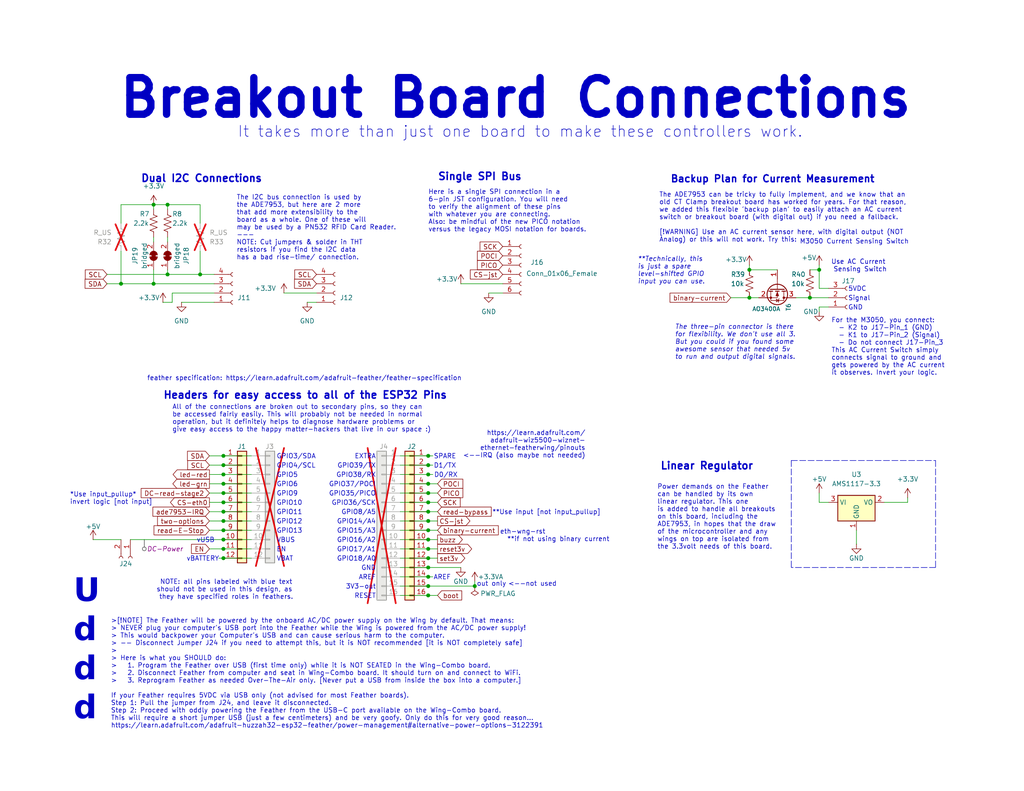
<source format=kicad_sch>
(kicad_sch
	(version 20250114)
	(generator "eeschema")
	(generator_version "9.0")
	(uuid "b20f39ff-2b54-4a84-9483-abf05fda29a3")
	(paper "USLetter")
	(title_block
		(title "Breakout Connections & Power")
		(date "2025-11-02")
		(rev "1.4.3")
		(company "Corey Rice & MakeHaven")
		(comment 1 "Breakouts for I2C and SPI communication with external boards.")
		(comment 2 "Headers for the Feather to seat into the board")
		(comment 3 "A seperate Linear Regulator to better supply 3.3VDC where needed")
		(comment 4 "Binary Current sensor hookup (backup plan)")
	)
	(lib_symbols
		(symbol "Connector:Conn_01x02_Socket"
			(pin_names
				(offset 1.016)
				(hide yes)
			)
			(exclude_from_sim no)
			(in_bom yes)
			(on_board yes)
			(property "Reference" "J"
				(at 0 2.54 0)
				(effects
					(font
						(size 1.27 1.27)
					)
				)
			)
			(property "Value" "Conn_01x02_Socket"
				(at 0 -5.08 0)
				(effects
					(font
						(size 1.27 1.27)
					)
				)
			)
			(property "Footprint" ""
				(at 0 0 0)
				(effects
					(font
						(size 1.27 1.27)
					)
					(hide yes)
				)
			)
			(property "Datasheet" "~"
				(at 0 0 0)
				(effects
					(font
						(size 1.27 1.27)
					)
					(hide yes)
				)
			)
			(property "Description" "Generic connector, single row, 01x02, script generated"
				(at 0 0 0)
				(effects
					(font
						(size 1.27 1.27)
					)
					(hide yes)
				)
			)
			(property "ki_locked" ""
				(at 0 0 0)
				(effects
					(font
						(size 1.27 1.27)
					)
				)
			)
			(property "ki_keywords" "connector"
				(at 0 0 0)
				(effects
					(font
						(size 1.27 1.27)
					)
					(hide yes)
				)
			)
			(property "ki_fp_filters" "Connector*:*_1x??_*"
				(at 0 0 0)
				(effects
					(font
						(size 1.27 1.27)
					)
					(hide yes)
				)
			)
			(symbol "Conn_01x02_Socket_1_1"
				(polyline
					(pts
						(xy -1.27 0) (xy -0.508 0)
					)
					(stroke
						(width 0.1524)
						(type default)
					)
					(fill
						(type none)
					)
				)
				(polyline
					(pts
						(xy -1.27 -2.54) (xy -0.508 -2.54)
					)
					(stroke
						(width 0.1524)
						(type default)
					)
					(fill
						(type none)
					)
				)
				(arc
					(start 0 -0.508)
					(mid -0.5058 0)
					(end 0 0.508)
					(stroke
						(width 0.1524)
						(type default)
					)
					(fill
						(type none)
					)
				)
				(arc
					(start 0 -3.048)
					(mid -0.5058 -2.54)
					(end 0 -2.032)
					(stroke
						(width 0.1524)
						(type default)
					)
					(fill
						(type none)
					)
				)
				(pin passive line
					(at -5.08 0 0)
					(length 3.81)
					(name "Pin_1"
						(effects
							(font
								(size 1.27 1.27)
							)
						)
					)
					(number "1"
						(effects
							(font
								(size 1.27 1.27)
							)
						)
					)
				)
				(pin passive line
					(at -5.08 -2.54 0)
					(length 3.81)
					(name "Pin_2"
						(effects
							(font
								(size 1.27 1.27)
							)
						)
					)
					(number "2"
						(effects
							(font
								(size 1.27 1.27)
							)
						)
					)
				)
			)
			(embedded_fonts no)
		)
		(symbol "Connector:Conn_01x03_Socket"
			(pin_names
				(offset 1.016)
				(hide yes)
			)
			(exclude_from_sim no)
			(in_bom yes)
			(on_board yes)
			(property "Reference" "J"
				(at 0 5.08 0)
				(effects
					(font
						(size 1.27 1.27)
					)
				)
			)
			(property "Value" "Conn_01x03_Socket"
				(at 0 -5.08 0)
				(effects
					(font
						(size 1.27 1.27)
					)
				)
			)
			(property "Footprint" ""
				(at 0 0 0)
				(effects
					(font
						(size 1.27 1.27)
					)
					(hide yes)
				)
			)
			(property "Datasheet" "~"
				(at 0 0 0)
				(effects
					(font
						(size 1.27 1.27)
					)
					(hide yes)
				)
			)
			(property "Description" "Generic connector, single row, 01x03, script generated"
				(at 0 0 0)
				(effects
					(font
						(size 1.27 1.27)
					)
					(hide yes)
				)
			)
			(property "ki_locked" ""
				(at 0 0 0)
				(effects
					(font
						(size 1.27 1.27)
					)
				)
			)
			(property "ki_keywords" "connector"
				(at 0 0 0)
				(effects
					(font
						(size 1.27 1.27)
					)
					(hide yes)
				)
			)
			(property "ki_fp_filters" "Connector*:*_1x??_*"
				(at 0 0 0)
				(effects
					(font
						(size 1.27 1.27)
					)
					(hide yes)
				)
			)
			(symbol "Conn_01x03_Socket_1_1"
				(polyline
					(pts
						(xy -1.27 2.54) (xy -0.508 2.54)
					)
					(stroke
						(width 0.1524)
						(type default)
					)
					(fill
						(type none)
					)
				)
				(polyline
					(pts
						(xy -1.27 0) (xy -0.508 0)
					)
					(stroke
						(width 0.1524)
						(type default)
					)
					(fill
						(type none)
					)
				)
				(polyline
					(pts
						(xy -1.27 -2.54) (xy -0.508 -2.54)
					)
					(stroke
						(width 0.1524)
						(type default)
					)
					(fill
						(type none)
					)
				)
				(arc
					(start 0 2.032)
					(mid -0.5058 2.54)
					(end 0 3.048)
					(stroke
						(width 0.1524)
						(type default)
					)
					(fill
						(type none)
					)
				)
				(arc
					(start 0 -0.508)
					(mid -0.5058 0)
					(end 0 0.508)
					(stroke
						(width 0.1524)
						(type default)
					)
					(fill
						(type none)
					)
				)
				(arc
					(start 0 -3.048)
					(mid -0.5058 -2.54)
					(end 0 -2.032)
					(stroke
						(width 0.1524)
						(type default)
					)
					(fill
						(type none)
					)
				)
				(pin passive line
					(at -5.08 2.54 0)
					(length 3.81)
					(name "Pin_1"
						(effects
							(font
								(size 1.27 1.27)
							)
						)
					)
					(number "1"
						(effects
							(font
								(size 1.27 1.27)
							)
						)
					)
				)
				(pin passive line
					(at -5.08 0 0)
					(length 3.81)
					(name "Pin_2"
						(effects
							(font
								(size 1.27 1.27)
							)
						)
					)
					(number "2"
						(effects
							(font
								(size 1.27 1.27)
							)
						)
					)
				)
				(pin passive line
					(at -5.08 -2.54 0)
					(length 3.81)
					(name "Pin_3"
						(effects
							(font
								(size 1.27 1.27)
							)
						)
					)
					(number "3"
						(effects
							(font
								(size 1.27 1.27)
							)
						)
					)
				)
			)
			(embedded_fonts no)
		)
		(symbol "Connector:Conn_01x04_Socket"
			(pin_names
				(offset 1.016)
				(hide yes)
			)
			(exclude_from_sim no)
			(in_bom yes)
			(on_board yes)
			(property "Reference" "J"
				(at 0 5.08 0)
				(effects
					(font
						(size 1.27 1.27)
					)
				)
			)
			(property "Value" "Conn_01x04_Socket"
				(at 0 -7.62 0)
				(effects
					(font
						(size 1.27 1.27)
					)
				)
			)
			(property "Footprint" ""
				(at 0 0 0)
				(effects
					(font
						(size 1.27 1.27)
					)
					(hide yes)
				)
			)
			(property "Datasheet" "~"
				(at 0 0 0)
				(effects
					(font
						(size 1.27 1.27)
					)
					(hide yes)
				)
			)
			(property "Description" "Generic connector, single row, 01x04, script generated"
				(at 0 0 0)
				(effects
					(font
						(size 1.27 1.27)
					)
					(hide yes)
				)
			)
			(property "ki_locked" ""
				(at 0 0 0)
				(effects
					(font
						(size 1.27 1.27)
					)
				)
			)
			(property "ki_keywords" "connector"
				(at 0 0 0)
				(effects
					(font
						(size 1.27 1.27)
					)
					(hide yes)
				)
			)
			(property "ki_fp_filters" "Connector*:*_1x??_*"
				(at 0 0 0)
				(effects
					(font
						(size 1.27 1.27)
					)
					(hide yes)
				)
			)
			(symbol "Conn_01x04_Socket_1_1"
				(polyline
					(pts
						(xy -1.27 2.54) (xy -0.508 2.54)
					)
					(stroke
						(width 0.1524)
						(type default)
					)
					(fill
						(type none)
					)
				)
				(polyline
					(pts
						(xy -1.27 0) (xy -0.508 0)
					)
					(stroke
						(width 0.1524)
						(type default)
					)
					(fill
						(type none)
					)
				)
				(polyline
					(pts
						(xy -1.27 -2.54) (xy -0.508 -2.54)
					)
					(stroke
						(width 0.1524)
						(type default)
					)
					(fill
						(type none)
					)
				)
				(polyline
					(pts
						(xy -1.27 -5.08) (xy -0.508 -5.08)
					)
					(stroke
						(width 0.1524)
						(type default)
					)
					(fill
						(type none)
					)
				)
				(arc
					(start 0 2.032)
					(mid -0.5058 2.54)
					(end 0 3.048)
					(stroke
						(width 0.1524)
						(type default)
					)
					(fill
						(type none)
					)
				)
				(arc
					(start 0 -0.508)
					(mid -0.5058 0)
					(end 0 0.508)
					(stroke
						(width 0.1524)
						(type default)
					)
					(fill
						(type none)
					)
				)
				(arc
					(start 0 -3.048)
					(mid -0.5058 -2.54)
					(end 0 -2.032)
					(stroke
						(width 0.1524)
						(type default)
					)
					(fill
						(type none)
					)
				)
				(arc
					(start 0 -5.588)
					(mid -0.5058 -5.08)
					(end 0 -4.572)
					(stroke
						(width 0.1524)
						(type default)
					)
					(fill
						(type none)
					)
				)
				(pin passive line
					(at -5.08 2.54 0)
					(length 3.81)
					(name "Pin_1"
						(effects
							(font
								(size 1.27 1.27)
							)
						)
					)
					(number "1"
						(effects
							(font
								(size 1.27 1.27)
							)
						)
					)
				)
				(pin passive line
					(at -5.08 0 0)
					(length 3.81)
					(name "Pin_2"
						(effects
							(font
								(size 1.27 1.27)
							)
						)
					)
					(number "2"
						(effects
							(font
								(size 1.27 1.27)
							)
						)
					)
				)
				(pin passive line
					(at -5.08 -2.54 0)
					(length 3.81)
					(name "Pin_3"
						(effects
							(font
								(size 1.27 1.27)
							)
						)
					)
					(number "3"
						(effects
							(font
								(size 1.27 1.27)
							)
						)
					)
				)
				(pin passive line
					(at -5.08 -5.08 0)
					(length 3.81)
					(name "Pin_4"
						(effects
							(font
								(size 1.27 1.27)
							)
						)
					)
					(number "4"
						(effects
							(font
								(size 1.27 1.27)
							)
						)
					)
				)
			)
			(embedded_fonts no)
		)
		(symbol "Connector:Conn_01x06_Socket"
			(pin_names
				(offset 1.016)
				(hide yes)
			)
			(exclude_from_sim no)
			(in_bom yes)
			(on_board yes)
			(property "Reference" "J"
				(at 0 7.62 0)
				(effects
					(font
						(size 1.27 1.27)
					)
				)
			)
			(property "Value" "Conn_01x06_Socket"
				(at 0 -10.16 0)
				(effects
					(font
						(size 1.27 1.27)
					)
				)
			)
			(property "Footprint" ""
				(at 0 0 0)
				(effects
					(font
						(size 1.27 1.27)
					)
					(hide yes)
				)
			)
			(property "Datasheet" "~"
				(at 0 0 0)
				(effects
					(font
						(size 1.27 1.27)
					)
					(hide yes)
				)
			)
			(property "Description" "Generic connector, single row, 01x06, script generated"
				(at 0 0 0)
				(effects
					(font
						(size 1.27 1.27)
					)
					(hide yes)
				)
			)
			(property "ki_locked" ""
				(at 0 0 0)
				(effects
					(font
						(size 1.27 1.27)
					)
				)
			)
			(property "ki_keywords" "connector"
				(at 0 0 0)
				(effects
					(font
						(size 1.27 1.27)
					)
					(hide yes)
				)
			)
			(property "ki_fp_filters" "Connector*:*_1x??_*"
				(at 0 0 0)
				(effects
					(font
						(size 1.27 1.27)
					)
					(hide yes)
				)
			)
			(symbol "Conn_01x06_Socket_1_1"
				(polyline
					(pts
						(xy -1.27 5.08) (xy -0.508 5.08)
					)
					(stroke
						(width 0.1524)
						(type default)
					)
					(fill
						(type none)
					)
				)
				(polyline
					(pts
						(xy -1.27 2.54) (xy -0.508 2.54)
					)
					(stroke
						(width 0.1524)
						(type default)
					)
					(fill
						(type none)
					)
				)
				(polyline
					(pts
						(xy -1.27 0) (xy -0.508 0)
					)
					(stroke
						(width 0.1524)
						(type default)
					)
					(fill
						(type none)
					)
				)
				(polyline
					(pts
						(xy -1.27 -2.54) (xy -0.508 -2.54)
					)
					(stroke
						(width 0.1524)
						(type default)
					)
					(fill
						(type none)
					)
				)
				(polyline
					(pts
						(xy -1.27 -5.08) (xy -0.508 -5.08)
					)
					(stroke
						(width 0.1524)
						(type default)
					)
					(fill
						(type none)
					)
				)
				(polyline
					(pts
						(xy -1.27 -7.62) (xy -0.508 -7.62)
					)
					(stroke
						(width 0.1524)
						(type default)
					)
					(fill
						(type none)
					)
				)
				(arc
					(start 0 4.572)
					(mid -0.5058 5.08)
					(end 0 5.588)
					(stroke
						(width 0.1524)
						(type default)
					)
					(fill
						(type none)
					)
				)
				(arc
					(start 0 2.032)
					(mid -0.5058 2.54)
					(end 0 3.048)
					(stroke
						(width 0.1524)
						(type default)
					)
					(fill
						(type none)
					)
				)
				(arc
					(start 0 -0.508)
					(mid -0.5058 0)
					(end 0 0.508)
					(stroke
						(width 0.1524)
						(type default)
					)
					(fill
						(type none)
					)
				)
				(arc
					(start 0 -3.048)
					(mid -0.5058 -2.54)
					(end 0 -2.032)
					(stroke
						(width 0.1524)
						(type default)
					)
					(fill
						(type none)
					)
				)
				(arc
					(start 0 -5.588)
					(mid -0.5058 -5.08)
					(end 0 -4.572)
					(stroke
						(width 0.1524)
						(type default)
					)
					(fill
						(type none)
					)
				)
				(arc
					(start 0 -8.128)
					(mid -0.5058 -7.62)
					(end 0 -7.112)
					(stroke
						(width 0.1524)
						(type default)
					)
					(fill
						(type none)
					)
				)
				(pin passive line
					(at -5.08 5.08 0)
					(length 3.81)
					(name "Pin_1"
						(effects
							(font
								(size 1.27 1.27)
							)
						)
					)
					(number "1"
						(effects
							(font
								(size 1.27 1.27)
							)
						)
					)
				)
				(pin passive line
					(at -5.08 2.54 0)
					(length 3.81)
					(name "Pin_2"
						(effects
							(font
								(size 1.27 1.27)
							)
						)
					)
					(number "2"
						(effects
							(font
								(size 1.27 1.27)
							)
						)
					)
				)
				(pin passive line
					(at -5.08 0 0)
					(length 3.81)
					(name "Pin_3"
						(effects
							(font
								(size 1.27 1.27)
							)
						)
					)
					(number "3"
						(effects
							(font
								(size 1.27 1.27)
							)
						)
					)
				)
				(pin passive line
					(at -5.08 -2.54 0)
					(length 3.81)
					(name "Pin_4"
						(effects
							(font
								(size 1.27 1.27)
							)
						)
					)
					(number "4"
						(effects
							(font
								(size 1.27 1.27)
							)
						)
					)
				)
				(pin passive line
					(at -5.08 -5.08 0)
					(length 3.81)
					(name "Pin_5"
						(effects
							(font
								(size 1.27 1.27)
							)
						)
					)
					(number "5"
						(effects
							(font
								(size 1.27 1.27)
							)
						)
					)
				)
				(pin passive line
					(at -5.08 -7.62 0)
					(length 3.81)
					(name "Pin_6"
						(effects
							(font
								(size 1.27 1.27)
							)
						)
					)
					(number "6"
						(effects
							(font
								(size 1.27 1.27)
							)
						)
					)
				)
			)
			(embedded_fonts no)
		)
		(symbol "Connector_Generic:Conn_01x12"
			(pin_names
				(offset 1.016)
				(hide yes)
			)
			(exclude_from_sim no)
			(in_bom yes)
			(on_board yes)
			(property "Reference" "J"
				(at 0 15.24 0)
				(effects
					(font
						(size 1.27 1.27)
					)
				)
			)
			(property "Value" "Conn_01x12"
				(at 0 -17.78 0)
				(effects
					(font
						(size 1.27 1.27)
					)
				)
			)
			(property "Footprint" ""
				(at 0 0 0)
				(effects
					(font
						(size 1.27 1.27)
					)
					(hide yes)
				)
			)
			(property "Datasheet" "~"
				(at 0 0 0)
				(effects
					(font
						(size 1.27 1.27)
					)
					(hide yes)
				)
			)
			(property "Description" "Generic connector, single row, 01x12, script generated (kicad-library-utils/schlib/autogen/connector/)"
				(at 0 0 0)
				(effects
					(font
						(size 1.27 1.27)
					)
					(hide yes)
				)
			)
			(property "ki_keywords" "connector"
				(at 0 0 0)
				(effects
					(font
						(size 1.27 1.27)
					)
					(hide yes)
				)
			)
			(property "ki_fp_filters" "Connector*:*_1x??_*"
				(at 0 0 0)
				(effects
					(font
						(size 1.27 1.27)
					)
					(hide yes)
				)
			)
			(symbol "Conn_01x12_1_1"
				(rectangle
					(start -1.27 13.97)
					(end 1.27 -16.51)
					(stroke
						(width 0.254)
						(type default)
					)
					(fill
						(type background)
					)
				)
				(rectangle
					(start -1.27 12.827)
					(end 0 12.573)
					(stroke
						(width 0.1524)
						(type default)
					)
					(fill
						(type none)
					)
				)
				(rectangle
					(start -1.27 10.287)
					(end 0 10.033)
					(stroke
						(width 0.1524)
						(type default)
					)
					(fill
						(type none)
					)
				)
				(rectangle
					(start -1.27 7.747)
					(end 0 7.493)
					(stroke
						(width 0.1524)
						(type default)
					)
					(fill
						(type none)
					)
				)
				(rectangle
					(start -1.27 5.207)
					(end 0 4.953)
					(stroke
						(width 0.1524)
						(type default)
					)
					(fill
						(type none)
					)
				)
				(rectangle
					(start -1.27 2.667)
					(end 0 2.413)
					(stroke
						(width 0.1524)
						(type default)
					)
					(fill
						(type none)
					)
				)
				(rectangle
					(start -1.27 0.127)
					(end 0 -0.127)
					(stroke
						(width 0.1524)
						(type default)
					)
					(fill
						(type none)
					)
				)
				(rectangle
					(start -1.27 -2.413)
					(end 0 -2.667)
					(stroke
						(width 0.1524)
						(type default)
					)
					(fill
						(type none)
					)
				)
				(rectangle
					(start -1.27 -4.953)
					(end 0 -5.207)
					(stroke
						(width 0.1524)
						(type default)
					)
					(fill
						(type none)
					)
				)
				(rectangle
					(start -1.27 -7.493)
					(end 0 -7.747)
					(stroke
						(width 0.1524)
						(type default)
					)
					(fill
						(type none)
					)
				)
				(rectangle
					(start -1.27 -10.033)
					(end 0 -10.287)
					(stroke
						(width 0.1524)
						(type default)
					)
					(fill
						(type none)
					)
				)
				(rectangle
					(start -1.27 -12.573)
					(end 0 -12.827)
					(stroke
						(width 0.1524)
						(type default)
					)
					(fill
						(type none)
					)
				)
				(rectangle
					(start -1.27 -15.113)
					(end 0 -15.367)
					(stroke
						(width 0.1524)
						(type default)
					)
					(fill
						(type none)
					)
				)
				(pin passive line
					(at -5.08 12.7 0)
					(length 3.81)
					(name "Pin_1"
						(effects
							(font
								(size 1.27 1.27)
							)
						)
					)
					(number "1"
						(effects
							(font
								(size 1.27 1.27)
							)
						)
					)
				)
				(pin passive line
					(at -5.08 10.16 0)
					(length 3.81)
					(name "Pin_2"
						(effects
							(font
								(size 1.27 1.27)
							)
						)
					)
					(number "2"
						(effects
							(font
								(size 1.27 1.27)
							)
						)
					)
				)
				(pin passive line
					(at -5.08 7.62 0)
					(length 3.81)
					(name "Pin_3"
						(effects
							(font
								(size 1.27 1.27)
							)
						)
					)
					(number "3"
						(effects
							(font
								(size 1.27 1.27)
							)
						)
					)
				)
				(pin passive line
					(at -5.08 5.08 0)
					(length 3.81)
					(name "Pin_4"
						(effects
							(font
								(size 1.27 1.27)
							)
						)
					)
					(number "4"
						(effects
							(font
								(size 1.27 1.27)
							)
						)
					)
				)
				(pin passive line
					(at -5.08 2.54 0)
					(length 3.81)
					(name "Pin_5"
						(effects
							(font
								(size 1.27 1.27)
							)
						)
					)
					(number "5"
						(effects
							(font
								(size 1.27 1.27)
							)
						)
					)
				)
				(pin passive line
					(at -5.08 0 0)
					(length 3.81)
					(name "Pin_6"
						(effects
							(font
								(size 1.27 1.27)
							)
						)
					)
					(number "6"
						(effects
							(font
								(size 1.27 1.27)
							)
						)
					)
				)
				(pin passive line
					(at -5.08 -2.54 0)
					(length 3.81)
					(name "Pin_7"
						(effects
							(font
								(size 1.27 1.27)
							)
						)
					)
					(number "7"
						(effects
							(font
								(size 1.27 1.27)
							)
						)
					)
				)
				(pin passive line
					(at -5.08 -5.08 0)
					(length 3.81)
					(name "Pin_8"
						(effects
							(font
								(size 1.27 1.27)
							)
						)
					)
					(number "8"
						(effects
							(font
								(size 1.27 1.27)
							)
						)
					)
				)
				(pin passive line
					(at -5.08 -7.62 0)
					(length 3.81)
					(name "Pin_9"
						(effects
							(font
								(size 1.27 1.27)
							)
						)
					)
					(number "9"
						(effects
							(font
								(size 1.27 1.27)
							)
						)
					)
				)
				(pin passive line
					(at -5.08 -10.16 0)
					(length 3.81)
					(name "Pin_10"
						(effects
							(font
								(size 1.27 1.27)
							)
						)
					)
					(number "10"
						(effects
							(font
								(size 1.27 1.27)
							)
						)
					)
				)
				(pin passive line
					(at -5.08 -12.7 0)
					(length 3.81)
					(name "Pin_11"
						(effects
							(font
								(size 1.27 1.27)
							)
						)
					)
					(number "11"
						(effects
							(font
								(size 1.27 1.27)
							)
						)
					)
				)
				(pin passive line
					(at -5.08 -15.24 0)
					(length 3.81)
					(name "Pin_12"
						(effects
							(font
								(size 1.27 1.27)
							)
						)
					)
					(number "12"
						(effects
							(font
								(size 1.27 1.27)
							)
						)
					)
				)
			)
			(embedded_fonts no)
		)
		(symbol "Connector_Generic:Conn_01x16"
			(pin_names
				(offset 1.016)
				(hide yes)
			)
			(exclude_from_sim no)
			(in_bom yes)
			(on_board yes)
			(property "Reference" "J"
				(at 0 20.32 0)
				(effects
					(font
						(size 1.27 1.27)
					)
				)
			)
			(property "Value" "Conn_01x16"
				(at 0 -22.86 0)
				(effects
					(font
						(size 1.27 1.27)
					)
				)
			)
			(property "Footprint" ""
				(at 0 0 0)
				(effects
					(font
						(size 1.27 1.27)
					)
					(hide yes)
				)
			)
			(property "Datasheet" "~"
				(at 0 0 0)
				(effects
					(font
						(size 1.27 1.27)
					)
					(hide yes)
				)
			)
			(property "Description" "Generic connector, single row, 01x16, script generated (kicad-library-utils/schlib/autogen/connector/)"
				(at 0 0 0)
				(effects
					(font
						(size 1.27 1.27)
					)
					(hide yes)
				)
			)
			(property "ki_keywords" "connector"
				(at 0 0 0)
				(effects
					(font
						(size 1.27 1.27)
					)
					(hide yes)
				)
			)
			(property "ki_fp_filters" "Connector*:*_1x??_*"
				(at 0 0 0)
				(effects
					(font
						(size 1.27 1.27)
					)
					(hide yes)
				)
			)
			(symbol "Conn_01x16_1_1"
				(rectangle
					(start -1.27 19.05)
					(end 1.27 -21.59)
					(stroke
						(width 0.254)
						(type default)
					)
					(fill
						(type background)
					)
				)
				(rectangle
					(start -1.27 17.907)
					(end 0 17.653)
					(stroke
						(width 0.1524)
						(type default)
					)
					(fill
						(type none)
					)
				)
				(rectangle
					(start -1.27 15.367)
					(end 0 15.113)
					(stroke
						(width 0.1524)
						(type default)
					)
					(fill
						(type none)
					)
				)
				(rectangle
					(start -1.27 12.827)
					(end 0 12.573)
					(stroke
						(width 0.1524)
						(type default)
					)
					(fill
						(type none)
					)
				)
				(rectangle
					(start -1.27 10.287)
					(end 0 10.033)
					(stroke
						(width 0.1524)
						(type default)
					)
					(fill
						(type none)
					)
				)
				(rectangle
					(start -1.27 7.747)
					(end 0 7.493)
					(stroke
						(width 0.1524)
						(type default)
					)
					(fill
						(type none)
					)
				)
				(rectangle
					(start -1.27 5.207)
					(end 0 4.953)
					(stroke
						(width 0.1524)
						(type default)
					)
					(fill
						(type none)
					)
				)
				(rectangle
					(start -1.27 2.667)
					(end 0 2.413)
					(stroke
						(width 0.1524)
						(type default)
					)
					(fill
						(type none)
					)
				)
				(rectangle
					(start -1.27 0.127)
					(end 0 -0.127)
					(stroke
						(width 0.1524)
						(type default)
					)
					(fill
						(type none)
					)
				)
				(rectangle
					(start -1.27 -2.413)
					(end 0 -2.667)
					(stroke
						(width 0.1524)
						(type default)
					)
					(fill
						(type none)
					)
				)
				(rectangle
					(start -1.27 -4.953)
					(end 0 -5.207)
					(stroke
						(width 0.1524)
						(type default)
					)
					(fill
						(type none)
					)
				)
				(rectangle
					(start -1.27 -7.493)
					(end 0 -7.747)
					(stroke
						(width 0.1524)
						(type default)
					)
					(fill
						(type none)
					)
				)
				(rectangle
					(start -1.27 -10.033)
					(end 0 -10.287)
					(stroke
						(width 0.1524)
						(type default)
					)
					(fill
						(type none)
					)
				)
				(rectangle
					(start -1.27 -12.573)
					(end 0 -12.827)
					(stroke
						(width 0.1524)
						(type default)
					)
					(fill
						(type none)
					)
				)
				(rectangle
					(start -1.27 -15.113)
					(end 0 -15.367)
					(stroke
						(width 0.1524)
						(type default)
					)
					(fill
						(type none)
					)
				)
				(rectangle
					(start -1.27 -17.653)
					(end 0 -17.907)
					(stroke
						(width 0.1524)
						(type default)
					)
					(fill
						(type none)
					)
				)
				(rectangle
					(start -1.27 -20.193)
					(end 0 -20.447)
					(stroke
						(width 0.1524)
						(type default)
					)
					(fill
						(type none)
					)
				)
				(pin passive line
					(at -5.08 17.78 0)
					(length 3.81)
					(name "Pin_1"
						(effects
							(font
								(size 1.27 1.27)
							)
						)
					)
					(number "1"
						(effects
							(font
								(size 1.27 1.27)
							)
						)
					)
				)
				(pin passive line
					(at -5.08 15.24 0)
					(length 3.81)
					(name "Pin_2"
						(effects
							(font
								(size 1.27 1.27)
							)
						)
					)
					(number "2"
						(effects
							(font
								(size 1.27 1.27)
							)
						)
					)
				)
				(pin passive line
					(at -5.08 12.7 0)
					(length 3.81)
					(name "Pin_3"
						(effects
							(font
								(size 1.27 1.27)
							)
						)
					)
					(number "3"
						(effects
							(font
								(size 1.27 1.27)
							)
						)
					)
				)
				(pin passive line
					(at -5.08 10.16 0)
					(length 3.81)
					(name "Pin_4"
						(effects
							(font
								(size 1.27 1.27)
							)
						)
					)
					(number "4"
						(effects
							(font
								(size 1.27 1.27)
							)
						)
					)
				)
				(pin passive line
					(at -5.08 7.62 0)
					(length 3.81)
					(name "Pin_5"
						(effects
							(font
								(size 1.27 1.27)
							)
						)
					)
					(number "5"
						(effects
							(font
								(size 1.27 1.27)
							)
						)
					)
				)
				(pin passive line
					(at -5.08 5.08 0)
					(length 3.81)
					(name "Pin_6"
						(effects
							(font
								(size 1.27 1.27)
							)
						)
					)
					(number "6"
						(effects
							(font
								(size 1.27 1.27)
							)
						)
					)
				)
				(pin passive line
					(at -5.08 2.54 0)
					(length 3.81)
					(name "Pin_7"
						(effects
							(font
								(size 1.27 1.27)
							)
						)
					)
					(number "7"
						(effects
							(font
								(size 1.27 1.27)
							)
						)
					)
				)
				(pin passive line
					(at -5.08 0 0)
					(length 3.81)
					(name "Pin_8"
						(effects
							(font
								(size 1.27 1.27)
							)
						)
					)
					(number "8"
						(effects
							(font
								(size 1.27 1.27)
							)
						)
					)
				)
				(pin passive line
					(at -5.08 -2.54 0)
					(length 3.81)
					(name "Pin_9"
						(effects
							(font
								(size 1.27 1.27)
							)
						)
					)
					(number "9"
						(effects
							(font
								(size 1.27 1.27)
							)
						)
					)
				)
				(pin passive line
					(at -5.08 -5.08 0)
					(length 3.81)
					(name "Pin_10"
						(effects
							(font
								(size 1.27 1.27)
							)
						)
					)
					(number "10"
						(effects
							(font
								(size 1.27 1.27)
							)
						)
					)
				)
				(pin passive line
					(at -5.08 -7.62 0)
					(length 3.81)
					(name "Pin_11"
						(effects
							(font
								(size 1.27 1.27)
							)
						)
					)
					(number "11"
						(effects
							(font
								(size 1.27 1.27)
							)
						)
					)
				)
				(pin passive line
					(at -5.08 -10.16 0)
					(length 3.81)
					(name "Pin_12"
						(effects
							(font
								(size 1.27 1.27)
							)
						)
					)
					(number "12"
						(effects
							(font
								(size 1.27 1.27)
							)
						)
					)
				)
				(pin passive line
					(at -5.08 -12.7 0)
					(length 3.81)
					(name "Pin_13"
						(effects
							(font
								(size 1.27 1.27)
							)
						)
					)
					(number "13"
						(effects
							(font
								(size 1.27 1.27)
							)
						)
					)
				)
				(pin passive line
					(at -5.08 -15.24 0)
					(length 3.81)
					(name "Pin_14"
						(effects
							(font
								(size 1.27 1.27)
							)
						)
					)
					(number "14"
						(effects
							(font
								(size 1.27 1.27)
							)
						)
					)
				)
				(pin passive line
					(at -5.08 -17.78 0)
					(length 3.81)
					(name "Pin_15"
						(effects
							(font
								(size 1.27 1.27)
							)
						)
					)
					(number "15"
						(effects
							(font
								(size 1.27 1.27)
							)
						)
					)
				)
				(pin passive line
					(at -5.08 -20.32 0)
					(length 3.81)
					(name "Pin_16"
						(effects
							(font
								(size 1.27 1.27)
							)
						)
					)
					(number "16"
						(effects
							(font
								(size 1.27 1.27)
							)
						)
					)
				)
			)
			(embedded_fonts no)
		)
		(symbol "Device:R_US"
			(pin_numbers
				(hide yes)
			)
			(pin_names
				(offset 0)
			)
			(exclude_from_sim no)
			(in_bom yes)
			(on_board yes)
			(property "Reference" "R"
				(at 2.54 0 90)
				(effects
					(font
						(size 1.27 1.27)
					)
				)
			)
			(property "Value" "R_US"
				(at -2.54 0 90)
				(effects
					(font
						(size 1.27 1.27)
					)
				)
			)
			(property "Footprint" ""
				(at 1.016 -0.254 90)
				(effects
					(font
						(size 1.27 1.27)
					)
					(hide yes)
				)
			)
			(property "Datasheet" "~"
				(at 0 0 0)
				(effects
					(font
						(size 1.27 1.27)
					)
					(hide yes)
				)
			)
			(property "Description" "Resistor, US symbol"
				(at 0 0 0)
				(effects
					(font
						(size 1.27 1.27)
					)
					(hide yes)
				)
			)
			(property "ki_keywords" "R res resistor"
				(at 0 0 0)
				(effects
					(font
						(size 1.27 1.27)
					)
					(hide yes)
				)
			)
			(property "ki_fp_filters" "R_*"
				(at 0 0 0)
				(effects
					(font
						(size 1.27 1.27)
					)
					(hide yes)
				)
			)
			(symbol "R_US_0_1"
				(polyline
					(pts
						(xy 0 2.286) (xy 0 2.54)
					)
					(stroke
						(width 0)
						(type default)
					)
					(fill
						(type none)
					)
				)
				(polyline
					(pts
						(xy 0 2.286) (xy 1.016 1.905) (xy 0 1.524) (xy -1.016 1.143) (xy 0 0.762)
					)
					(stroke
						(width 0)
						(type default)
					)
					(fill
						(type none)
					)
				)
				(polyline
					(pts
						(xy 0 0.762) (xy 1.016 0.381) (xy 0 0) (xy -1.016 -0.381) (xy 0 -0.762)
					)
					(stroke
						(width 0)
						(type default)
					)
					(fill
						(type none)
					)
				)
				(polyline
					(pts
						(xy 0 -0.762) (xy 1.016 -1.143) (xy 0 -1.524) (xy -1.016 -1.905) (xy 0 -2.286)
					)
					(stroke
						(width 0)
						(type default)
					)
					(fill
						(type none)
					)
				)
				(polyline
					(pts
						(xy 0 -2.286) (xy 0 -2.54)
					)
					(stroke
						(width 0)
						(type default)
					)
					(fill
						(type none)
					)
				)
			)
			(symbol "R_US_1_1"
				(pin passive line
					(at 0 3.81 270)
					(length 1.27)
					(name "~"
						(effects
							(font
								(size 1.27 1.27)
							)
						)
					)
					(number "1"
						(effects
							(font
								(size 1.27 1.27)
							)
						)
					)
				)
				(pin passive line
					(at 0 -3.81 90)
					(length 1.27)
					(name "~"
						(effects
							(font
								(size 1.27 1.27)
							)
						)
					)
					(number "2"
						(effects
							(font
								(size 1.27 1.27)
							)
						)
					)
				)
			)
			(embedded_fonts no)
		)
		(symbol "Jumper:SolderJumper_2_Bridged"
			(pin_names
				(offset 0)
				(hide yes)
			)
			(exclude_from_sim no)
			(in_bom yes)
			(on_board yes)
			(property "Reference" "JP"
				(at 0 2.032 0)
				(effects
					(font
						(size 1.27 1.27)
					)
				)
			)
			(property "Value" "SolderJumper_2_Bridged"
				(at 0 -2.54 0)
				(effects
					(font
						(size 1.27 1.27)
					)
				)
			)
			(property "Footprint" ""
				(at 0 0 0)
				(effects
					(font
						(size 1.27 1.27)
					)
					(hide yes)
				)
			)
			(property "Datasheet" "~"
				(at 0 0 0)
				(effects
					(font
						(size 1.27 1.27)
					)
					(hide yes)
				)
			)
			(property "Description" "Solder Jumper, 2-pole, closed/bridged"
				(at 0 0 0)
				(effects
					(font
						(size 1.27 1.27)
					)
					(hide yes)
				)
			)
			(property "ki_keywords" "solder jumper SPST"
				(at 0 0 0)
				(effects
					(font
						(size 1.27 1.27)
					)
					(hide yes)
				)
			)
			(property "ki_fp_filters" "SolderJumper*Bridged*"
				(at 0 0 0)
				(effects
					(font
						(size 1.27 1.27)
					)
					(hide yes)
				)
			)
			(symbol "SolderJumper_2_Bridged_0_1"
				(rectangle
					(start -0.508 0.508)
					(end 0.508 -0.508)
					(stroke
						(width 0)
						(type default)
					)
					(fill
						(type outline)
					)
				)
				(polyline
					(pts
						(xy -0.254 1.016) (xy -0.254 -1.016)
					)
					(stroke
						(width 0)
						(type default)
					)
					(fill
						(type none)
					)
				)
				(arc
					(start -0.254 -1.016)
					(mid -1.2655 0)
					(end -0.254 1.016)
					(stroke
						(width 0)
						(type default)
					)
					(fill
						(type none)
					)
				)
				(arc
					(start -0.254 -1.016)
					(mid -1.2655 0)
					(end -0.254 1.016)
					(stroke
						(width 0)
						(type default)
					)
					(fill
						(type outline)
					)
				)
				(arc
					(start 0.254 1.016)
					(mid 1.2655 0)
					(end 0.254 -1.016)
					(stroke
						(width 0)
						(type default)
					)
					(fill
						(type none)
					)
				)
				(arc
					(start 0.254 1.016)
					(mid 1.2655 0)
					(end 0.254 -1.016)
					(stroke
						(width 0)
						(type default)
					)
					(fill
						(type outline)
					)
				)
				(polyline
					(pts
						(xy 0.254 1.016) (xy 0.254 -1.016)
					)
					(stroke
						(width 0)
						(type default)
					)
					(fill
						(type none)
					)
				)
			)
			(symbol "SolderJumper_2_Bridged_1_1"
				(pin passive line
					(at -3.81 0 0)
					(length 2.54)
					(name "A"
						(effects
							(font
								(size 1.27 1.27)
							)
						)
					)
					(number "1"
						(effects
							(font
								(size 1.27 1.27)
							)
						)
					)
				)
				(pin passive line
					(at 3.81 0 180)
					(length 2.54)
					(name "B"
						(effects
							(font
								(size 1.27 1.27)
							)
						)
					)
					(number "2"
						(effects
							(font
								(size 1.27 1.27)
							)
						)
					)
				)
			)
			(embedded_fonts no)
		)
		(symbol "Regulator_Linear:AMS1117-3.3"
			(exclude_from_sim no)
			(in_bom yes)
			(on_board yes)
			(property "Reference" "U"
				(at -3.81 3.175 0)
				(effects
					(font
						(size 1.27 1.27)
					)
				)
			)
			(property "Value" "AMS1117-3.3"
				(at 0 3.175 0)
				(effects
					(font
						(size 1.27 1.27)
					)
					(justify left)
				)
			)
			(property "Footprint" "Package_TO_SOT_SMD:SOT-223-3_TabPin2"
				(at 0 5.08 0)
				(effects
					(font
						(size 1.27 1.27)
					)
					(hide yes)
				)
			)
			(property "Datasheet" "http://www.advanced-monolithic.com/pdf/ds1117.pdf"
				(at 2.54 -6.35 0)
				(effects
					(font
						(size 1.27 1.27)
					)
					(hide yes)
				)
			)
			(property "Description" "1A Low Dropout regulator, positive, 3.3V fixed output, SOT-223"
				(at 0 0 0)
				(effects
					(font
						(size 1.27 1.27)
					)
					(hide yes)
				)
			)
			(property "ki_keywords" "linear regulator ldo fixed positive"
				(at 0 0 0)
				(effects
					(font
						(size 1.27 1.27)
					)
					(hide yes)
				)
			)
			(property "ki_fp_filters" "SOT?223*TabPin2*"
				(at 0 0 0)
				(effects
					(font
						(size 1.27 1.27)
					)
					(hide yes)
				)
			)
			(symbol "AMS1117-3.3_0_1"
				(rectangle
					(start -5.08 -5.08)
					(end 5.08 1.905)
					(stroke
						(width 0.254)
						(type default)
					)
					(fill
						(type background)
					)
				)
			)
			(symbol "AMS1117-3.3_1_1"
				(pin power_in line
					(at -7.62 0 0)
					(length 2.54)
					(name "VI"
						(effects
							(font
								(size 1.27 1.27)
							)
						)
					)
					(number "3"
						(effects
							(font
								(size 1.27 1.27)
							)
						)
					)
				)
				(pin power_in line
					(at 0 -7.62 90)
					(length 2.54)
					(name "GND"
						(effects
							(font
								(size 1.27 1.27)
							)
						)
					)
					(number "1"
						(effects
							(font
								(size 1.27 1.27)
							)
						)
					)
				)
				(pin power_out line
					(at 7.62 0 180)
					(length 2.54)
					(name "VO"
						(effects
							(font
								(size 1.27 1.27)
							)
						)
					)
					(number "2"
						(effects
							(font
								(size 1.27 1.27)
							)
						)
					)
				)
			)
			(embedded_fonts no)
		)
		(symbol "Transistor_FET:AO3400A"
			(pin_names
				(hide yes)
			)
			(exclude_from_sim no)
			(in_bom yes)
			(on_board yes)
			(property "Reference" "Q"
				(at 5.08 1.905 0)
				(effects
					(font
						(size 1.27 1.27)
					)
					(justify left)
				)
			)
			(property "Value" "AO3400A"
				(at 5.08 0 0)
				(effects
					(font
						(size 1.27 1.27)
					)
					(justify left)
				)
			)
			(property "Footprint" "Package_TO_SOT_SMD:SOT-23"
				(at 5.08 -1.905 0)
				(effects
					(font
						(size 1.27 1.27)
						(italic yes)
					)
					(justify left)
					(hide yes)
				)
			)
			(property "Datasheet" "http://www.aosmd.com/pdfs/datasheet/AO3400A.pdf"
				(at 5.08 -3.81 0)
				(effects
					(font
						(size 1.27 1.27)
					)
					(justify left)
					(hide yes)
				)
			)
			(property "Description" "30V Vds, 5.7A Id, N-Channel MOSFET, SOT-23"
				(at 0 0 0)
				(effects
					(font
						(size 1.27 1.27)
					)
					(hide yes)
				)
			)
			(property "ki_keywords" "N-Channel MOSFET"
				(at 0 0 0)
				(effects
					(font
						(size 1.27 1.27)
					)
					(hide yes)
				)
			)
			(property "ki_fp_filters" "SOT?23*"
				(at 0 0 0)
				(effects
					(font
						(size 1.27 1.27)
					)
					(hide yes)
				)
			)
			(symbol "AO3400A_0_1"
				(polyline
					(pts
						(xy 0.254 1.905) (xy 0.254 -1.905)
					)
					(stroke
						(width 0.254)
						(type default)
					)
					(fill
						(type none)
					)
				)
				(polyline
					(pts
						(xy 0.254 0) (xy -2.54 0)
					)
					(stroke
						(width 0)
						(type default)
					)
					(fill
						(type none)
					)
				)
				(polyline
					(pts
						(xy 0.762 2.286) (xy 0.762 1.27)
					)
					(stroke
						(width 0.254)
						(type default)
					)
					(fill
						(type none)
					)
				)
				(polyline
					(pts
						(xy 0.762 0.508) (xy 0.762 -0.508)
					)
					(stroke
						(width 0.254)
						(type default)
					)
					(fill
						(type none)
					)
				)
				(polyline
					(pts
						(xy 0.762 -1.27) (xy 0.762 -2.286)
					)
					(stroke
						(width 0.254)
						(type default)
					)
					(fill
						(type none)
					)
				)
				(polyline
					(pts
						(xy 0.762 -1.778) (xy 3.302 -1.778) (xy 3.302 1.778) (xy 0.762 1.778)
					)
					(stroke
						(width 0)
						(type default)
					)
					(fill
						(type none)
					)
				)
				(polyline
					(pts
						(xy 1.016 0) (xy 2.032 0.381) (xy 2.032 -0.381) (xy 1.016 0)
					)
					(stroke
						(width 0)
						(type default)
					)
					(fill
						(type outline)
					)
				)
				(circle
					(center 1.651 0)
					(radius 2.794)
					(stroke
						(width 0.254)
						(type default)
					)
					(fill
						(type none)
					)
				)
				(polyline
					(pts
						(xy 2.54 2.54) (xy 2.54 1.778)
					)
					(stroke
						(width 0)
						(type default)
					)
					(fill
						(type none)
					)
				)
				(circle
					(center 2.54 1.778)
					(radius 0.254)
					(stroke
						(width 0)
						(type default)
					)
					(fill
						(type outline)
					)
				)
				(circle
					(center 2.54 -1.778)
					(radius 0.254)
					(stroke
						(width 0)
						(type default)
					)
					(fill
						(type outline)
					)
				)
				(polyline
					(pts
						(xy 2.54 -2.54) (xy 2.54 0) (xy 0.762 0)
					)
					(stroke
						(width 0)
						(type default)
					)
					(fill
						(type none)
					)
				)
				(polyline
					(pts
						(xy 2.794 0.508) (xy 2.921 0.381) (xy 3.683 0.381) (xy 3.81 0.254)
					)
					(stroke
						(width 0)
						(type default)
					)
					(fill
						(type none)
					)
				)
				(polyline
					(pts
						(xy 3.302 0.381) (xy 2.921 -0.254) (xy 3.683 -0.254) (xy 3.302 0.381)
					)
					(stroke
						(width 0)
						(type default)
					)
					(fill
						(type none)
					)
				)
			)
			(symbol "AO3400A_1_1"
				(pin input line
					(at -5.08 0 0)
					(length 2.54)
					(name "G"
						(effects
							(font
								(size 1.27 1.27)
							)
						)
					)
					(number "1"
						(effects
							(font
								(size 1.27 1.27)
							)
						)
					)
				)
				(pin passive line
					(at 2.54 5.08 270)
					(length 2.54)
					(name "D"
						(effects
							(font
								(size 1.27 1.27)
							)
						)
					)
					(number "3"
						(effects
							(font
								(size 1.27 1.27)
							)
						)
					)
				)
				(pin passive line
					(at 2.54 -5.08 90)
					(length 2.54)
					(name "S"
						(effects
							(font
								(size 1.27 1.27)
							)
						)
					)
					(number "2"
						(effects
							(font
								(size 1.27 1.27)
							)
						)
					)
				)
			)
			(embedded_fonts no)
		)
		(symbol "power:+3.3V"
			(power)
			(pin_numbers
				(hide yes)
			)
			(pin_names
				(offset 0)
				(hide yes)
			)
			(exclude_from_sim no)
			(in_bom yes)
			(on_board yes)
			(property "Reference" "#PWR"
				(at 0 -3.81 0)
				(effects
					(font
						(size 1.27 1.27)
					)
					(hide yes)
				)
			)
			(property "Value" "+3.3V"
				(at 0 3.556 0)
				(effects
					(font
						(size 1.27 1.27)
					)
				)
			)
			(property "Footprint" ""
				(at 0 0 0)
				(effects
					(font
						(size 1.27 1.27)
					)
					(hide yes)
				)
			)
			(property "Datasheet" ""
				(at 0 0 0)
				(effects
					(font
						(size 1.27 1.27)
					)
					(hide yes)
				)
			)
			(property "Description" "Power symbol creates a global label with name \"+3.3V\""
				(at 0 0 0)
				(effects
					(font
						(size 1.27 1.27)
					)
					(hide yes)
				)
			)
			(property "ki_keywords" "global power"
				(at 0 0 0)
				(effects
					(font
						(size 1.27 1.27)
					)
					(hide yes)
				)
			)
			(symbol "+3.3V_0_1"
				(polyline
					(pts
						(xy -0.762 1.27) (xy 0 2.54)
					)
					(stroke
						(width 0)
						(type default)
					)
					(fill
						(type none)
					)
				)
				(polyline
					(pts
						(xy 0 2.54) (xy 0.762 1.27)
					)
					(stroke
						(width 0)
						(type default)
					)
					(fill
						(type none)
					)
				)
				(polyline
					(pts
						(xy 0 0) (xy 0 2.54)
					)
					(stroke
						(width 0)
						(type default)
					)
					(fill
						(type none)
					)
				)
			)
			(symbol "+3.3V_1_1"
				(pin power_in line
					(at 0 0 90)
					(length 0)
					(name "~"
						(effects
							(font
								(size 1.27 1.27)
							)
						)
					)
					(number "1"
						(effects
							(font
								(size 1.27 1.27)
							)
						)
					)
				)
			)
			(embedded_fonts no)
		)
		(symbol "power:+3.3VA"
			(power)
			(pin_numbers
				(hide yes)
			)
			(pin_names
				(offset 0)
				(hide yes)
			)
			(exclude_from_sim no)
			(in_bom yes)
			(on_board yes)
			(property "Reference" "#PWR"
				(at 0 -3.81 0)
				(effects
					(font
						(size 1.27 1.27)
					)
					(hide yes)
				)
			)
			(property "Value" "+3.3VA"
				(at 0 3.556 0)
				(effects
					(font
						(size 1.27 1.27)
					)
				)
			)
			(property "Footprint" ""
				(at 0 0 0)
				(effects
					(font
						(size 1.27 1.27)
					)
					(hide yes)
				)
			)
			(property "Datasheet" ""
				(at 0 0 0)
				(effects
					(font
						(size 1.27 1.27)
					)
					(hide yes)
				)
			)
			(property "Description" "Power symbol creates a global label with name \"+3.3VA\""
				(at 0 0 0)
				(effects
					(font
						(size 1.27 1.27)
					)
					(hide yes)
				)
			)
			(property "ki_keywords" "global power"
				(at 0 0 0)
				(effects
					(font
						(size 1.27 1.27)
					)
					(hide yes)
				)
			)
			(symbol "+3.3VA_0_1"
				(polyline
					(pts
						(xy -0.762 1.27) (xy 0 2.54)
					)
					(stroke
						(width 0)
						(type default)
					)
					(fill
						(type none)
					)
				)
				(polyline
					(pts
						(xy 0 2.54) (xy 0.762 1.27)
					)
					(stroke
						(width 0)
						(type default)
					)
					(fill
						(type none)
					)
				)
				(polyline
					(pts
						(xy 0 0) (xy 0 2.54)
					)
					(stroke
						(width 0)
						(type default)
					)
					(fill
						(type none)
					)
				)
			)
			(symbol "+3.3VA_1_1"
				(pin power_in line
					(at 0 0 90)
					(length 0)
					(name "~"
						(effects
							(font
								(size 1.27 1.27)
							)
						)
					)
					(number "1"
						(effects
							(font
								(size 1.27 1.27)
							)
						)
					)
				)
			)
			(embedded_fonts no)
		)
		(symbol "power:+5V"
			(power)
			(pin_numbers
				(hide yes)
			)
			(pin_names
				(offset 0)
				(hide yes)
			)
			(exclude_from_sim no)
			(in_bom yes)
			(on_board yes)
			(property "Reference" "#PWR"
				(at 0 -3.81 0)
				(effects
					(font
						(size 1.27 1.27)
					)
					(hide yes)
				)
			)
			(property "Value" "+5V"
				(at 0 3.556 0)
				(effects
					(font
						(size 1.27 1.27)
					)
				)
			)
			(property "Footprint" ""
				(at 0 0 0)
				(effects
					(font
						(size 1.27 1.27)
					)
					(hide yes)
				)
			)
			(property "Datasheet" ""
				(at 0 0 0)
				(effects
					(font
						(size 1.27 1.27)
					)
					(hide yes)
				)
			)
			(property "Description" "Power symbol creates a global label with name \"+5V\""
				(at 0 0 0)
				(effects
					(font
						(size 1.27 1.27)
					)
					(hide yes)
				)
			)
			(property "ki_keywords" "global power"
				(at 0 0 0)
				(effects
					(font
						(size 1.27 1.27)
					)
					(hide yes)
				)
			)
			(symbol "+5V_0_1"
				(polyline
					(pts
						(xy -0.762 1.27) (xy 0 2.54)
					)
					(stroke
						(width 0)
						(type default)
					)
					(fill
						(type none)
					)
				)
				(polyline
					(pts
						(xy 0 2.54) (xy 0.762 1.27)
					)
					(stroke
						(width 0)
						(type default)
					)
					(fill
						(type none)
					)
				)
				(polyline
					(pts
						(xy 0 0) (xy 0 2.54)
					)
					(stroke
						(width 0)
						(type default)
					)
					(fill
						(type none)
					)
				)
			)
			(symbol "+5V_1_1"
				(pin power_in line
					(at 0 0 90)
					(length 0)
					(name "~"
						(effects
							(font
								(size 1.27 1.27)
							)
						)
					)
					(number "1"
						(effects
							(font
								(size 1.27 1.27)
							)
						)
					)
				)
			)
			(embedded_fonts no)
		)
		(symbol "power:GND"
			(power)
			(pin_numbers
				(hide yes)
			)
			(pin_names
				(offset 0)
				(hide yes)
			)
			(exclude_from_sim no)
			(in_bom yes)
			(on_board yes)
			(property "Reference" "#PWR"
				(at 0 -6.35 0)
				(effects
					(font
						(size 1.27 1.27)
					)
					(hide yes)
				)
			)
			(property "Value" "GND"
				(at 0 -3.81 0)
				(effects
					(font
						(size 1.27 1.27)
					)
				)
			)
			(property "Footprint" ""
				(at 0 0 0)
				(effects
					(font
						(size 1.27 1.27)
					)
					(hide yes)
				)
			)
			(property "Datasheet" ""
				(at 0 0 0)
				(effects
					(font
						(size 1.27 1.27)
					)
					(hide yes)
				)
			)
			(property "Description" "Power symbol creates a global label with name \"GND\" , ground"
				(at 0 0 0)
				(effects
					(font
						(size 1.27 1.27)
					)
					(hide yes)
				)
			)
			(property "ki_keywords" "global power"
				(at 0 0 0)
				(effects
					(font
						(size 1.27 1.27)
					)
					(hide yes)
				)
			)
			(symbol "GND_0_1"
				(polyline
					(pts
						(xy 0 0) (xy 0 -1.27) (xy 1.27 -1.27) (xy 0 -2.54) (xy -1.27 -1.27) (xy 0 -1.27)
					)
					(stroke
						(width 0)
						(type default)
					)
					(fill
						(type none)
					)
				)
			)
			(symbol "GND_1_1"
				(pin power_in line
					(at 0 0 270)
					(length 0)
					(name "~"
						(effects
							(font
								(size 1.27 1.27)
							)
						)
					)
					(number "1"
						(effects
							(font
								(size 1.27 1.27)
							)
						)
					)
				)
			)
			(embedded_fonts no)
		)
		(symbol "power:PWR_FLAG"
			(power)
			(pin_numbers
				(hide yes)
			)
			(pin_names
				(offset 0)
				(hide yes)
			)
			(exclude_from_sim no)
			(in_bom yes)
			(on_board yes)
			(property "Reference" "#FLG"
				(at 0 1.905 0)
				(effects
					(font
						(size 1.27 1.27)
					)
					(hide yes)
				)
			)
			(property "Value" "PWR_FLAG"
				(at 0 3.81 0)
				(effects
					(font
						(size 1.27 1.27)
					)
				)
			)
			(property "Footprint" ""
				(at 0 0 0)
				(effects
					(font
						(size 1.27 1.27)
					)
					(hide yes)
				)
			)
			(property "Datasheet" "~"
				(at 0 0 0)
				(effects
					(font
						(size 1.27 1.27)
					)
					(hide yes)
				)
			)
			(property "Description" "Special symbol for telling ERC where power comes from"
				(at 0 0 0)
				(effects
					(font
						(size 1.27 1.27)
					)
					(hide yes)
				)
			)
			(property "ki_keywords" "flag power"
				(at 0 0 0)
				(effects
					(font
						(size 1.27 1.27)
					)
					(hide yes)
				)
			)
			(symbol "PWR_FLAG_0_0"
				(pin power_out line
					(at 0 0 90)
					(length 0)
					(name "~"
						(effects
							(font
								(size 1.27 1.27)
							)
						)
					)
					(number "1"
						(effects
							(font
								(size 1.27 1.27)
							)
						)
					)
				)
			)
			(symbol "PWR_FLAG_0_1"
				(polyline
					(pts
						(xy 0 0) (xy 0 1.27) (xy -1.016 1.905) (xy 0 2.54) (xy 1.016 1.905) (xy 0 1.27)
					)
					(stroke
						(width 0)
						(type default)
					)
					(fill
						(type none)
					)
				)
			)
			(embedded_fonts no)
		)
	)
	(text "GPIO10"
		(exclude_from_sim no)
		(at 75.438 137.414 0)
		(effects
			(font
				(size 1.27 1.27)
			)
			(justify left)
		)
		(uuid "03ed3cd2-3d9b-4bd2-94b3-c8e06270a51a")
	)
	(text "**Technically, this \nis just a spare \nlevel-shifted GPIO \ninput you can use."
		(exclude_from_sim no)
		(at 173.99 73.914 0)
		(effects
			(font
				(size 1.27 1.27)
				(italic yes)
			)
			(justify left)
		)
		(uuid "05ec3615-3f10-42f2-938e-2106a8e7b936")
	)
	(text "GPIO17/A1"
		(exclude_from_sim no)
		(at 102.616 150.114 0)
		(effects
			(font
				(size 1.27 1.27)
			)
			(justify right)
		)
		(uuid "0abf9c25-d9f8-40f2-a981-06dc756dfb4b")
	)
	(text "Single SPI Bus"
		(exclude_from_sim no)
		(at 119.38 49.53 0)
		(effects
			(font
				(size 2 2)
				(thickness 0.4)
				(bold yes)
			)
			(justify left bottom)
		)
		(uuid "0dfc3af4-f196-4153-8e48-e5b75ed82c42")
	)
	(text "U\nd\nd\nd"
		(exclude_from_sim no)
		(at 20.066 179.324 0)
		(effects
			(font
				(face "Webdings")
				(size 6.35 6.35)
				(thickness 1.778)
				(bold yes)
			)
			(justify left)
		)
		(uuid "1216e459-44ea-454b-a712-d50e4f88dc05")
	)
	(text "Backup Plan for Current Measurement"
		(exclude_from_sim no)
		(at 210.82 49.022 0)
		(effects
			(font
				(size 1.905 1.905)
				(thickness 0.381)
				(bold yes)
			)
		)
		(uuid "14f8144e-ad27-44ad-9aa8-66acbcdc51bf")
	)
	(text "**Use input [not input_pullup]"
		(exclude_from_sim no)
		(at 149.098 139.954 0)
		(effects
			(font
				(size 1.27 1.27)
			)
		)
		(uuid "154015d8-2943-486e-8c67-4e12014f0165")
	)
	(text "GPIO18/A0"
		(exclude_from_sim no)
		(at 102.616 152.654 0)
		(effects
			(font
				(size 1.27 1.27)
			)
			(justify right)
		)
		(uuid "163f41c9-b912-44f1-9cf2-9b4480dde49e")
	)
	(text "Signal"
		(exclude_from_sim no)
		(at 231.394 81.534 0)
		(effects
			(font
				(size 1.27 1.27)
			)
			(justify left)
		)
		(uuid "1878fa76-b433-4b07-83ac-c1e372f14fc7")
	)
	(text "All of the connections are broken out to secondary pins, so they can\nbe accessed fairly easily. This will probably not be needed in normal\noperation, but it definitely helps to diagnose hardware problems or \ngive easy access to the happy matter-hackers that live in our space :)"
		(exclude_from_sim no)
		(at 46.99 118.11 0)
		(effects
			(font
				(size 1.27 1.27)
			)
			(justify left bottom)
		)
		(uuid "1ec13ffd-ad47-4014-8841-3d701f8a3cf0")
	)
	(text "RESET"
		(exclude_from_sim no)
		(at 102.616 162.814 0)
		(effects
			(font
				(size 1.27 1.27)
			)
			(justify right)
		)
		(uuid "346d4ee1-5f17-40e8-93ad-1ef87ff52d90")
	)
	(text "Power demands on the Feather \ncan be handled by its own \nlinear regulator. This one \nis added to handle all breakouts \non this board, including the \nADE7953, in hopes that the draw \nof the microcontroller and any \nwings on top are isolated from \nthe 3.3volt needs of this board."
		(exclude_from_sim no)
		(at 179.324 150.114 0)
		(effects
			(font
				(size 1.27 1.27)
			)
			(justify left bottom)
		)
		(uuid "3716cfc4-8b8c-40df-b47d-a4320adc1f5c")
	)
	(text "https://learn.adafruit.com/\nadafruit-wiz5500-wiznet-\nethernet-featherwing/pinouts\n<--IRQ (also maybe not needed)"
		(exclude_from_sim no)
		(at 159.766 121.412 0)
		(effects
			(font
				(size 1.27 1.27)
			)
			(justify right)
			(href "https://learn.adafruit.com/adafruit-wiz5500-wiznet-ethernet-featherwing/pinouts")
		)
		(uuid "3b6496d5-6926-4367-8762-46cc02fa308b")
	)
	(text "GPIO8/A5"
		(exclude_from_sim no)
		(at 102.616 139.954 0)
		(effects
			(font
				(size 1.27 1.27)
			)
			(justify right)
		)
		(uuid "3c36b601-ff2d-4c71-89cc-feac586feaf8")
	)
	(text "The three-pin connector is there \nfor flexibility. We don't use all 3. \nBut you could if you found some \nawesome sensor that needed 5v \nto run and output digital signals."
		(exclude_from_sim no)
		(at 184.15 98.298 0)
		(effects
			(font
				(size 1.27 1.27)
				(italic yes)
			)
			(justify left bottom)
		)
		(uuid "3d01ed73-095e-4173-9bdf-1fac93ebfacc")
	)
	(text "GND"
		(exclude_from_sim no)
		(at 231.394 84.074 0)
		(effects
			(font
				(size 1.27 1.27)
			)
			(justify left)
		)
		(uuid "411b7df8-7378-47c9-9fb9-5d04f42cf7bf")
	)
	(text "For the M3050, you connect:\n  - K2 to J17-Pin_1 (GND)\n  - K1 to J17-Pin_2 (Signal)\n  - Do not connect J17-Pin_3\nThis AC Current Switch simply \nconnects signal to ground and \ngets powered by the AC current \nit observes. Invert your logic."
		(exclude_from_sim no)
		(at 226.822 102.616 0)
		(effects
			(font
				(size 1.27 1.27)
			)
			(justify left bottom)
		)
		(uuid "4490fc83-92b1-4fee-8475-057a6aaccbf5")
	)
	(text "D0/RX"
		(exclude_from_sim no)
		(at 121.666 129.794 0)
		(effects
			(font
				(size 1.27 1.27)
			)
		)
		(uuid "45183999-1ce8-49c4-a845-f90febab3ecd")
	)
	(text "<--not used"
		(exclude_from_sim no)
		(at 145.288 159.512 0)
		(effects
			(font
				(size 1.27 1.27)
			)
		)
		(uuid "4a67871d-6fa3-42b6-82a7-e154cd67b35a")
	)
	(text "GPIO15/A3"
		(exclude_from_sim no)
		(at 102.616 145.034 0)
		(effects
			(font
				(size 1.27 1.27)
			)
			(justify right)
		)
		(uuid "4d857741-7c68-4126-9553-546f3eac2575")
	)
	(text "3V3-out"
		(exclude_from_sim no)
		(at 102.616 160.274 0)
		(effects
			(font
				(size 1.27 1.27)
			)
			(justify right)
		)
		(uuid "51fec6b5-c7ea-482d-9b5d-880df4a045c8")
	)
	(text "feather specification: https://learn.adafruit.com/adafruit-feather/feather-specification"
		(exclude_from_sim no)
		(at 83.058 103.378 0)
		(effects
			(font
				(size 1.27 1.27)
			)
			(href "https://learn.adafruit.com/adafruit-feather/feather-specification")
		)
		(uuid "58b43f65-b9fe-4c9f-a476-bd1fb4e77f32")
	)
	(text "GPIO13"
		(exclude_from_sim no)
		(at 75.438 145.034 0)
		(effects
			(font
				(size 1.27 1.27)
			)
			(justify left)
		)
		(uuid "5961971c-21e7-4eba-986a-03ec2f09678d")
	)
	(text "M3050 Current Sensing Switch"
		(exclude_from_sim no)
		(at 218.186 66.802 0)
		(effects
			(font
				(size 1.27 1.27)
			)
			(justify left bottom)
			(href "https://a.co/d/cqYblCq")
		)
		(uuid "5f9cccc1-6c17-4136-b99a-9f45feda3657")
	)
	(text "GPIO3/SDA"
		(exclude_from_sim no)
		(at 75.438 124.714 0)
		(effects
			(font
				(size 1.27 1.27)
			)
			(justify left)
		)
		(uuid "63be024f-8820-4526-8615-5c100056573c")
	)
	(text "out only"
		(exclude_from_sim no)
		(at 134.112 159.512 0)
		(effects
			(font
				(size 1.27 1.27)
			)
			(href "https://learn.adafruit.com/adafruit-feather/feather-specification#3-dot-3v-output-2861843")
		)
		(uuid "64540799-9532-47d2-acdf-59324545af05")
	)
	(text "GPIO4/SCL"
		(exclude_from_sim no)
		(at 75.438 127.254 0)
		(effects
			(font
				(size 1.27 1.27)
			)
			(justify left)
		)
		(uuid "6c211e6f-fc10-471b-a96e-70da7f87c2a0")
	)
	(text "eth-wng-rst\n  **if not using binary current"
		(exclude_from_sim no)
		(at 136.398 146.304 0)
		(effects
			(font
				(size 1.27 1.27)
			)
			(justify left)
		)
		(uuid "6e1a47da-e20d-4a11-9c06-af4f2123e493")
	)
	(text "GND"
		(exclude_from_sim no)
		(at 102.616 155.194 0)
		(effects
			(font
				(size 1.27 1.27)
			)
			(justify right)
		)
		(uuid "73cc7aa1-38be-4038-9dd7-7d1d0e002466")
	)
	(text "GPIO11"
		(exclude_from_sim no)
		(at 75.438 139.954 0)
		(effects
			(font
				(size 1.27 1.27)
			)
			(justify left)
		)
		(uuid "74169f1e-7ccb-4e20-87c1-9d310ce8afb2")
	)
	(text "5VDC"
		(exclude_from_sim no)
		(at 231.394 78.994 0)
		(effects
			(font
				(size 1.27 1.27)
			)
			(justify left)
		)
		(uuid "7a7edfb2-79ea-4fea-9e40-a8b622be1f7d")
	)
	(text "EN"
		(exclude_from_sim no)
		(at 75.438 150.114 0)
		(effects
			(font
				(size 1.27 1.27)
			)
			(justify left)
		)
		(uuid "7d248752-b87b-4fed-bbb3-e083cd1a5232")
	)
	(text "Dual I2C Connections"
		(exclude_from_sim no)
		(at 38.354 50.038 0)
		(effects
			(font
				(size 2 2)
				(thickness 0.4)
				(bold yes)
			)
			(justify left bottom)
		)
		(uuid "80494b96-f81d-4593-8d51-3541fc1beef5")
	)
	(text "GPIO38/RX"
		(exclude_from_sim no)
		(at 102.616 129.794 0)
		(effects
			(font
				(size 1.27 1.27)
			)
			(justify right)
		)
		(uuid "8991ff42-a581-42e0-bfdc-13f13c80d55a")
	)
	(text "GPIO5"
		(exclude_from_sim no)
		(at 75.438 129.794 0)
		(effects
			(font
				(size 1.27 1.27)
			)
			(justify left)
		)
		(uuid "8d6c727f-694a-4450-9730-b96d94717b61")
	)
	(text "AREF"
		(exclude_from_sim no)
		(at 102.616 157.734 0)
		(effects
			(font
				(size 1.27 1.27)
			)
			(justify right)
		)
		(uuid "8f351e20-f4a6-40a2-b282-ad258160424b")
	)
	(text " vUSB"
		(exclude_from_sim no)
		(at 55.626 147.574 0)
		(effects
			(font
				(size 1.27 1.27)
			)
		)
		(uuid "91373f7a-ef16-4912-b566-bfcfa0054606")
	)
	(text "*Use input_pullup*\ninvert logic [not input]"
		(exclude_from_sim no)
		(at 19.05 136.144 0)
		(effects
			(font
				(size 1.27 1.27)
			)
			(justify left)
		)
		(uuid "942dfe50-b573-4ca1-981c-1f05f7732375")
	)
	(text "GPIO14/A4"
		(exclude_from_sim no)
		(at 102.616 142.494 0)
		(effects
			(font
				(size 1.27 1.27)
			)
			(justify right)
		)
		(uuid "97eee25e-4a5b-4254-a079-de63e3035cf3")
	)
	(text "Linear Regulator"
		(exclude_from_sim no)
		(at 180.086 128.524 0)
		(effects
			(font
				(size 2 2)
				(thickness 0.4)
				(bold yes)
			)
			(justify left bottom)
		)
		(uuid "981b650a-ba30-4f0a-9f0e-ed79c72c15bc")
	)
	(text "GPIO16/A2"
		(exclude_from_sim no)
		(at 102.616 147.574 0)
		(effects
			(font
				(size 1.27 1.27)
			)
			(justify right)
		)
		(uuid "a13a2567-f3be-43b3-856a-48f57f289a4d")
	)
	(text "Use AC Current \nSensing Switch"
		(exclude_from_sim no)
		(at 234.696 72.644 0)
		(effects
			(font
				(size 1.27 1.27)
				(thickness 0.1588)
			)
		)
		(uuid "a7a4bcc7-af9e-4a77-b604-f9183c29b1c7")
	)
	(text "VBUS"
		(exclude_from_sim no)
		(at 75.438 147.574 0)
		(effects
			(font
				(size 1.27 1.27)
			)
			(justify left)
		)
		(uuid "ab026c45-1372-42a2-94dd-198306283354")
	)
	(text "GPIO36/SCK"
		(exclude_from_sim no)
		(at 102.616 137.414 0)
		(effects
			(font
				(size 1.27 1.27)
			)
			(justify right)
		)
		(uuid "ad75cbbf-4f8b-4b42-86cf-6985de0ad946")
	)
	(text "AREF"
		(exclude_from_sim no)
		(at 120.65 157.734 0)
		(effects
			(font
				(size 1.27 1.27)
			)
		)
		(uuid "ae06d842-6752-4d53-b250-882c930b1567")
	)
	(text "GPIO12"
		(exclude_from_sim no)
		(at 75.438 142.494 0)
		(effects
			(font
				(size 1.27 1.27)
			)
			(justify left)
		)
		(uuid "b300d8ed-1c77-4d7e-835e-c367ef24eaed")
	)
	(text " vBATTERY"
		(exclude_from_sim no)
		(at 54.864 152.654 0)
		(effects
			(font
				(size 1.27 1.27)
			)
		)
		(uuid "ba9a08a0-c3ac-449e-901d-41449fdb66af")
	)
	(text "Breakout Board Connections"
		(exclude_from_sim no)
		(at 31.75 32.766 0)
		(effects
			(font
				(size 10 10)
				(bold yes)
			)
			(justify left bottom)
		)
		(uuid "bc18386f-a3d1-4aff-8af7-93e98e757605")
	)
	(text "The I2C bus connection is used by \nthe ADE7953, but here are 2 more \nthat add more extensibility to the \nboard as a whole. One of these will \nmay be used by a PN532 RFID Card Reader. \n---\nNOTE: Cut jumpers & solder in THT \nresistors if you find the I2C data\nhas a bad rise-time/ connection."
		(exclude_from_sim no)
		(at 64.516 71.12 0)
		(effects
			(font
				(size 1.27 1.27)
			)
			(justify left bottom)
		)
		(uuid "bd84ecf7-1bfc-4972-8277-fce6c9c1338e")
	)
	(text "D1/TX"
		(exclude_from_sim no)
		(at 121.412 127.254 0)
		(effects
			(font
				(size 1.27 1.27)
			)
		)
		(uuid "c58c3d38-0cc2-47c6-b40e-92b3d50bda24")
	)
	(text "GPIO6"
		(exclude_from_sim no)
		(at 75.438 132.334 0)
		(effects
			(font
				(size 1.27 1.27)
			)
			(justify left)
		)
		(uuid "c7886488-ec5f-4184-9dad-c28459a5bcc1")
	)
	(text "GPIO39/TX"
		(exclude_from_sim no)
		(at 102.616 127.254 0)
		(effects
			(font
				(size 1.27 1.27)
			)
			(justify right)
		)
		(uuid "cc0b14a7-6978-46fd-a52a-235c371e18c5")
	)
	(text "GPIO37/POCI"
		(exclude_from_sim no)
		(at 102.616 132.334 0)
		(effects
			(font
				(size 1.27 1.27)
			)
			(justify right)
		)
		(uuid "d18ab84f-1510-4861-a8f9-5ae2e4134019")
	)
	(text "It takes more than just one board to make these controllers work."
		(exclude_from_sim no)
		(at 64.77 37.846 0)
		(effects
			(font
				(size 3 3)
			)
			(justify left bottom)
		)
		(uuid "d79482f6-e7d8-40fc-b49e-a0b311325835")
	)
	(text "GPIO9"
		(exclude_from_sim no)
		(at 75.438 134.874 0)
		(effects
			(font
				(size 1.27 1.27)
			)
			(justify left)
		)
		(uuid "e4ee5ded-548b-4d12-91fd-f62b72ef8efb")
	)
	(text "The ADE7953 can be tricky to fully implement, and we know that an\nold CT Clamp breakout board has worked for years. For that reason,\nwe added this flexible 'backup plan' to easily attach an AC current \nswitch or breakout board (with digital out) if you need a fallback.\n\n[!WARNING] Use an AC current sensor here, with digital output (NOT \nAnalog) or this will not work. Try this:"
		(exclude_from_sim no)
		(at 179.832 66.294 0)
		(effects
			(font
				(size 1.27 1.27)
			)
			(justify left bottom)
		)
		(uuid "e5e5aea1-695b-4616-a488-13a300b85a21")
	)
	(text "EXTRA"
		(exclude_from_sim no)
		(at 102.616 124.714 0)
		(effects
			(font
				(size 1.27 1.27)
			)
			(justify right)
		)
		(uuid "e8621893-a583-4865-8b3c-b8eabd08d73c")
	)
	(text "Here is a single SPI connection in a\n6-pin JST configuration. You will need\nto verify the alignment of these pins\nwith whatever you are connecting.\nAlso: be mindful of the new PICO notation \nversus the legacy MOSI notation for boards."
		(exclude_from_sim no)
		(at 116.84 63.5 0)
		(effects
			(font
				(size 1.27 1.27)
			)
			(justify left bottom)
		)
		(uuid "ed93878c-b5a8-47f5-bd6a-97004759e02e")
	)
	(text ">[!NOTE] The Feather will be powered by the onboard AC/DC power supply on the Wing by default. That means:\n> NEVER plug your computer's USB port into the Feather while the Wing is powered from the AC/DC power supply!\n> This would backpower your Computer's USB and can cause serious harm to the computer.\n> -- Disconnect Jumper J24 if you need to attempt this, but it is NOT recommended [it is NOT completely safe]\n>\n> Here is what you SHOULD do: \n>   1. Program the Feather over USB (first time only) while it is NOT SEATED in the Wing-Combo board.\n>   2. Disconnect Feather from computer and seat in Wing-Combo board. It should turn on and connect to WiFi.\n>   3. Reprogram Feather as needed Over-The-Air only. [Never put a USB from inside the box into a computer.]\n\nIf your Feather requires 5VDC via USB only (not advised for most Feather boards).\nStep 1: Pull the jumper from J24, and leave it disconnected.\nStep 2: Proceed with oddly powering the Feather from the USB-C port available on the Wing-Combo board.\nThis will require a short jumper USB (just a few centimeters) and be very goofy. Only do this for very good reason...\nhttps://learn.adafruit.com/adafruit-huzzah32-esp32-feather/power-management#alternative-power-options-3122391"
		(exclude_from_sim no)
		(at 30.226 183.896 0)
		(effects
			(font
				(size 1.27 1.27)
			)
			(justify left)
			(href "https://learn.adafruit.com/adafruit-huzzah32-esp32-feather/power-management#alternative-power-options-3122391")
		)
		(uuid "f81a4399-e9b8-4f64-94d8-588392d54979")
	)
	(text "GPIO35/PICO"
		(exclude_from_sim no)
		(at 102.616 134.874 0)
		(effects
			(font
				(size 1.27 1.27)
			)
			(justify right)
		)
		(uuid "f8dd838c-b32c-4d6d-b199-7bcb44779590")
	)
	(text "Headers for easy access to all of the ESP32 Pins"
		(exclude_from_sim no)
		(at 44.45 109.22 0)
		(effects
			(font
				(size 2 2)
				(thickness 0.4)
				(bold yes)
			)
			(justify left bottom)
		)
		(uuid "fd3ef449-07c3-401c-ac3f-d0689e708a27")
	)
	(text "VBAT"
		(exclude_from_sim no)
		(at 75.438 152.654 0)
		(effects
			(font
				(size 1.27 1.27)
			)
			(justify left)
		)
		(uuid "fd9f5c6a-950e-4aed-8b95-f52f3ebc9bb4")
	)
	(text "NOTE: all pins labeled with blue text\nshould not be used in this design, as \nthey have specified roles in feathers."
		(exclude_from_sim no)
		(at 61.722 161.036 0)
		(effects
			(font
				(size 1.27 1.27)
			)
		)
		(uuid "fdc07e24-b0aa-4196-88a5-b46ce30c41f9")
	)
	(text "SPARE"
		(exclude_from_sim no)
		(at 121.412 124.714 0)
		(effects
			(font
				(size 1.27 1.27)
			)
			(href "https://learn.adafruit.com/adafruit-feather/feather-specification#other-pins-2861847")
		)
		(uuid "fe2c579e-6d40-47f8-b865-beea618c38e3")
	)
	(junction
		(at 116.84 137.16)
		(diameter 0)
		(color 0 0 0 0)
		(uuid "070a44a6-f639-4777-97e4-83ee532bbb1f")
	)
	(junction
		(at 116.84 127)
		(diameter 0)
		(color 0 0 0 0)
		(uuid "089a1fb7-d3e0-4d10-a7a1-ca06b2489cf0")
	)
	(junction
		(at 116.84 134.62)
		(diameter 0)
		(color 0 0 0 0)
		(uuid "0db193c0-93ea-4782-8882-330db26b4486")
	)
	(junction
		(at 60.96 129.54)
		(diameter 0)
		(color 0 0 0 0)
		(uuid "0e9f9a4c-e93f-4fec-969d-f75253878cef")
	)
	(junction
		(at 60.96 124.46)
		(diameter 0)
		(color 0 0 0 0)
		(uuid "1454e941-542c-4d49-8b0a-2b471591a1c8")
	)
	(junction
		(at 116.84 162.56)
		(diameter 0)
		(color 0 0 0 0)
		(uuid "19ce24ad-e7af-4f4b-85bb-1d47d49fe7ca")
	)
	(junction
		(at 116.84 124.46)
		(diameter 0)
		(color 0 0 0 0)
		(uuid "1d18457e-837b-4619-8504-ed3022836a81")
	)
	(junction
		(at 60.96 132.08)
		(diameter 0)
		(color 0 0 0 0)
		(uuid "246f2bee-e6cd-43ca-90d9-02d1c74dde98")
	)
	(junction
		(at 60.96 137.16)
		(diameter 0)
		(color 0 0 0 0)
		(uuid "248f3c64-c1df-4265-b6d5-d0b15df4cae6")
	)
	(junction
		(at 41.91 77.47)
		(diameter 0)
		(color 0 0 0 0)
		(uuid "24d5cd43-8a94-4251-bece-540affb69065")
	)
	(junction
		(at 223.52 73.66)
		(diameter 0)
		(color 0 0 0 0)
		(uuid "297e87c0-11e9-41b3-a0fc-adce105470b1")
	)
	(junction
		(at 41.91 55.88)
		(diameter 0)
		(color 0 0 0 0)
		(uuid "31fbb018-9fbe-4e86-afd3-a70e1b4e06c3")
	)
	(junction
		(at 116.84 129.54)
		(diameter 0)
		(color 0 0 0 0)
		(uuid "3c9e340b-014d-42ef-91ef-feaf3b9454fe")
	)
	(junction
		(at 116.84 152.4)
		(diameter 0)
		(color 0 0 0 0)
		(uuid "483b39a8-969a-4d1e-8f99-a7579881022d")
	)
	(junction
		(at 60.96 142.24)
		(diameter 0)
		(color 0 0 0 0)
		(uuid "62f8266a-a2ab-42c8-8df7-5c9f76d28fa6")
	)
	(junction
		(at 60.96 149.86)
		(diameter 0)
		(color 0 0 0 0)
		(uuid "658d6248-a49f-4935-8259-88fb61471481")
	)
	(junction
		(at 116.84 139.7)
		(diameter 0)
		(color 0 0 0 0)
		(uuid "6c8e8b10-f6b2-4f22-96d6-0abea2a6445e")
	)
	(junction
		(at 220.98 81.28)
		(diameter 0)
		(color 0 0 0 0)
		(uuid "74201345-77e1-4c27-8903-e651581be72d")
	)
	(junction
		(at 116.84 160.02)
		(diameter 0)
		(color 0 0 0 0)
		(uuid "7a204fda-829c-4f00-8251-db24511543ab")
	)
	(junction
		(at 204.47 81.28)
		(diameter 0)
		(color 0 0 0 0)
		(uuid "7d985227-d0bd-4653-89c6-aeb56952dfd1")
	)
	(junction
		(at 60.96 139.7)
		(diameter 0)
		(color 0 0 0 0)
		(uuid "89ab4d77-0fba-4ebd-a417-dbd7dc3a3e75")
	)
	(junction
		(at 60.96 144.78)
		(diameter 0)
		(color 0 0 0 0)
		(uuid "92f80543-f16f-4323-9d1a-a97d8efbb6df")
	)
	(junction
		(at 60.96 127)
		(diameter 0)
		(color 0 0 0 0)
		(uuid "97635325-d51d-4a95-aacf-671b921a4905")
	)
	(junction
		(at 129.54 160.02)
		(diameter 0)
		(color 0 0 0 0)
		(uuid "a48d95b2-647c-48e3-8a0c-e756ff8306b8")
	)
	(junction
		(at 60.96 147.32)
		(diameter 0)
		(color 0 0 0 0)
		(uuid "aae97638-9428-49ed-bb48-2e58b11a6c19")
	)
	(junction
		(at 45.72 55.88)
		(diameter 0)
		(color 0 0 0 0)
		(uuid "ae9a2108-1e35-47fa-94ec-c59d44316ba4")
	)
	(junction
		(at 116.84 157.48)
		(diameter 0)
		(color 0 0 0 0)
		(uuid "bba36cc3-69b5-4b9c-b8f9-b8684a05756a")
	)
	(junction
		(at 116.84 147.32)
		(diameter 0)
		(color 0 0 0 0)
		(uuid "bf72cac1-ee3f-4ce4-912b-f34b60a2a126")
	)
	(junction
		(at 116.84 142.24)
		(diameter 0)
		(color 0 0 0 0)
		(uuid "c319589c-3ceb-4e60-874d-7ce7a1bea122")
	)
	(junction
		(at 33.02 77.47)
		(diameter 0)
		(color 0 0 0 0)
		(uuid "c416a9f3-f325-4515-abab-a0b195db85bf")
	)
	(junction
		(at 54.61 74.93)
		(diameter 0)
		(color 0 0 0 0)
		(uuid "cb23b664-d652-446c-8c2c-804edde29141")
	)
	(junction
		(at 116.84 132.08)
		(diameter 0)
		(color 0 0 0 0)
		(uuid "e1923b7a-16b1-4478-89c9-83170cc035a4")
	)
	(junction
		(at 204.47 73.66)
		(diameter 0)
		(color 0 0 0 0)
		(uuid "ec184d89-ee81-4c35-b1a9-ae26c6760154")
	)
	(junction
		(at 116.84 149.86)
		(diameter 0)
		(color 0 0 0 0)
		(uuid "ec304fa9-7a52-4cd5-9ce9-8588e521ea88")
	)
	(junction
		(at 116.84 154.94)
		(diameter 0)
		(color 0 0 0 0)
		(uuid "eda0ed04-65f8-497c-9ff1-a697a0d0e560")
	)
	(junction
		(at 60.96 152.4)
		(diameter 0)
		(color 0 0 0 0)
		(uuid "ee734799-94f6-4f94-a4bf-e7d8a24fc130")
	)
	(junction
		(at 60.96 134.62)
		(diameter 0)
		(color 0 0 0 0)
		(uuid "f1a24c81-4187-4092-a5ca-5a67e89b2bd4")
	)
	(junction
		(at 45.72 74.93)
		(diameter 0)
		(color 0 0 0 0)
		(uuid "f1ab0e14-15b5-4ed9-a767-03f628fb9fc2")
	)
	(junction
		(at 116.84 144.78)
		(diameter 0)
		(color 0 0 0 0)
		(uuid "fe64429d-df9c-4954-a66c-d8ce629547d0")
	)
	(wire
		(pts
			(xy 57.15 132.08) (xy 60.96 132.08)
		)
		(stroke
			(width 0)
			(type default)
		)
		(uuid "0090780c-cfc0-4b5f-bebe-f56d53aa1f9e")
	)
	(wire
		(pts
			(xy 119.38 132.08) (xy 116.84 132.08)
		)
		(stroke
			(width 0)
			(type default)
		)
		(uuid "064f9b47-5772-4e9c-8591-e499a40df957")
	)
	(wire
		(pts
			(xy 57.15 144.78) (xy 60.96 144.78)
		)
		(stroke
			(width 0)
			(type default)
		)
		(uuid "08434e43-f385-4e40-b062-7cdbc15e2a47")
	)
	(wire
		(pts
			(xy 45.72 55.88) (xy 54.61 55.88)
		)
		(stroke
			(width 0)
			(type default)
		)
		(uuid "0bdc5986-2f44-4d8e-b9ee-e729866a06ac")
	)
	(wire
		(pts
			(xy 109.22 162.56) (xy 116.84 162.56)
		)
		(stroke
			(width 0)
			(type default)
		)
		(uuid "0c3cb002-36ee-4825-9881-18350e38cf75")
	)
	(wire
		(pts
			(xy 57.15 127) (xy 60.96 127)
		)
		(stroke
			(width 0)
			(type default)
		)
		(uuid "0dca0f30-7fa3-4243-ac72-7a44e35cba81")
	)
	(wire
		(pts
			(xy 125.73 77.47) (xy 137.16 77.47)
		)
		(stroke
			(width 0)
			(type default)
		)
		(uuid "0e82e234-fa43-4f94-92da-e48cc1f15808")
	)
	(wire
		(pts
			(xy 60.96 127) (xy 68.58 127)
		)
		(stroke
			(width 0)
			(type default)
		)
		(uuid "0ef653aa-55fd-427d-a038-2777dcb2ba74")
	)
	(wire
		(pts
			(xy 35.56 147.32) (xy 60.96 147.32)
		)
		(stroke
			(width 0)
			(type default)
		)
		(uuid "0efe3f8b-6147-413f-bb66-337be494fba6")
	)
	(polyline
		(pts
			(xy 215.9 125.73) (xy 215.9 154.94)
		)
		(stroke
			(width 0)
			(type dash)
		)
		(uuid "0ff7497f-6070-4789-abcc-87bd102cb1f2")
	)
	(wire
		(pts
			(xy 57.15 139.7) (xy 60.96 139.7)
		)
		(stroke
			(width 0)
			(type default)
		)
		(uuid "10e138ff-3eb3-4ca6-9e0e-c29e4ae813e9")
	)
	(wire
		(pts
			(xy 41.91 55.88) (xy 45.72 55.88)
		)
		(stroke
			(width 0)
			(type default)
		)
		(uuid "11f6fb82-c852-4400-bd3e-1112e6c3cea4")
	)
	(wire
		(pts
			(xy 223.52 78.74) (xy 223.52 73.66)
		)
		(stroke
			(width 0)
			(type default)
		)
		(uuid "1c620816-8c6d-463c-aee7-887d5221c6ff")
	)
	(wire
		(pts
			(xy 116.84 147.32) (xy 119.38 147.32)
		)
		(stroke
			(width 0)
			(type default)
		)
		(uuid "1d29f0d3-f105-4ff3-b5c5-dd6e206d577c")
	)
	(wire
		(pts
			(xy 46.99 82.55) (xy 44.45 82.55)
		)
		(stroke
			(width 0)
			(type default)
		)
		(uuid "1d5db213-df58-4912-b4d1-211fd6eb43f2")
	)
	(wire
		(pts
			(xy 49.53 82.55) (xy 58.42 82.55)
		)
		(stroke
			(width 0)
			(type default)
		)
		(uuid "22b88721-8c4b-497c-a48d-0c647214e5b0")
	)
	(wire
		(pts
			(xy 220.98 73.66) (xy 223.52 73.66)
		)
		(stroke
			(width 0)
			(type default)
		)
		(uuid "26188ed7-0efb-4f07-be10-e388c3e60abf")
	)
	(wire
		(pts
			(xy 33.02 55.88) (xy 41.91 55.88)
		)
		(stroke
			(width 0)
			(type default)
		)
		(uuid "277b0e5a-903f-402b-925f-2d28eb4faab8")
	)
	(wire
		(pts
			(xy 204.47 81.28) (xy 207.01 81.28)
		)
		(stroke
			(width 0)
			(type default)
		)
		(uuid "2a5dc457-d654-457a-b313-d6728e519c04")
	)
	(wire
		(pts
			(xy 116.84 139.7) (xy 119.38 139.7)
		)
		(stroke
			(width 0)
			(type default)
		)
		(uuid "2c729136-c060-4ff5-ab5c-dbc669db654a")
	)
	(wire
		(pts
			(xy 109.22 157.48) (xy 116.84 157.48)
		)
		(stroke
			(width 0)
			(type default)
		)
		(uuid "2cd655b3-6f86-4d2a-9564-7a253a15f148")
	)
	(wire
		(pts
			(xy 57.15 124.46) (xy 60.96 124.46)
		)
		(stroke
			(width 0)
			(type default)
		)
		(uuid "2ddd3013-882d-4246-bc3d-f0a9dee22cb0")
	)
	(wire
		(pts
			(xy 247.65 137.16) (xy 247.65 135.89)
		)
		(stroke
			(width 0)
			(type default)
		)
		(uuid "30487c8d-b1a6-408d-b675-04b3f350f886")
	)
	(wire
		(pts
			(xy 109.22 149.86) (xy 116.84 149.86)
		)
		(stroke
			(width 0)
			(type default)
		)
		(uuid "345ec826-d0c1-4c8a-8d3d-cf16fec6e98d")
	)
	(polyline
		(pts
			(xy 255.27 154.94) (xy 215.9 154.94)
		)
		(stroke
			(width 0)
			(type dash)
		)
		(uuid "37f92110-6f4d-439b-9d0f-fcb8b1c0144e")
	)
	(polyline
		(pts
			(xy 215.9 125.73) (xy 255.27 125.73)
		)
		(stroke
			(width 0)
			(type dash)
		)
		(uuid "38cb6dad-ac0f-428e-9b66-e31327af157e")
	)
	(wire
		(pts
			(xy 57.15 137.16) (xy 60.96 137.16)
		)
		(stroke
			(width 0)
			(type default)
		)
		(uuid "451ea609-335e-4734-91ab-73e017158463")
	)
	(wire
		(pts
			(xy 46.99 80.01) (xy 46.99 82.55)
		)
		(stroke
			(width 0)
			(type default)
		)
		(uuid "478194d7-eb5e-4740-8003-6a6f57ff4291")
	)
	(wire
		(pts
			(xy 109.22 132.08) (xy 116.84 132.08)
		)
		(stroke
			(width 0)
			(type default)
		)
		(uuid "4a242d3c-4ebc-4126-8bed-5af1e08b7c61")
	)
	(wire
		(pts
			(xy 116.84 154.94) (xy 125.73 154.94)
		)
		(stroke
			(width 0)
			(type default)
		)
		(uuid "4e03468d-90dd-427c-9a44-f0a0aac7c369")
	)
	(wire
		(pts
			(xy 33.02 60.96) (xy 33.02 55.88)
		)
		(stroke
			(width 0)
			(type default)
		)
		(uuid "4e226095-5bdb-4051-b99c-e9c6830f2933")
	)
	(wire
		(pts
			(xy 45.72 55.88) (xy 45.72 57.15)
		)
		(stroke
			(width 0)
			(type default)
		)
		(uuid "4efc3322-ecde-4d2c-af8e-e364b376bcd3")
	)
	(wire
		(pts
			(xy 129.54 160.02) (xy 116.84 160.02)
		)
		(stroke
			(width 0)
			(type default)
		)
		(uuid "4fb7ea18-a1c1-492d-8842-7de78a8746d5")
	)
	(wire
		(pts
			(xy 233.68 144.78) (xy 233.68 148.59)
		)
		(stroke
			(width 0)
			(type default)
		)
		(uuid "51386aa8-d7f5-4a2e-8669-cd303ffd9a27")
	)
	(wire
		(pts
			(xy 60.96 124.46) (xy 68.58 124.46)
		)
		(stroke
			(width 0)
			(type default)
		)
		(uuid "5417707d-2428-42e0-8c62-aad924042518")
	)
	(wire
		(pts
			(xy 60.96 137.16) (xy 68.58 137.16)
		)
		(stroke
			(width 0)
			(type default)
		)
		(uuid "56e12a51-a493-4b3f-9d91-562eda57a2c3")
	)
	(wire
		(pts
			(xy 83.82 82.55) (xy 86.36 82.55)
		)
		(stroke
			(width 0)
			(type default)
		)
		(uuid "5701eb04-04df-4335-85fe-bf1788edb676")
	)
	(wire
		(pts
			(xy 45.72 74.93) (xy 54.61 74.93)
		)
		(stroke
			(width 0)
			(type default)
		)
		(uuid "588c58f4-d722-4ad2-9e42-8dcf3e5e7586")
	)
	(wire
		(pts
			(xy 109.22 147.32) (xy 116.84 147.32)
		)
		(stroke
			(width 0)
			(type default)
		)
		(uuid "5d67f2a0-c9f8-4a5c-88a6-3f3775ef6224")
	)
	(wire
		(pts
			(xy 223.52 134.62) (xy 223.52 137.16)
		)
		(stroke
			(width 0)
			(type default)
		)
		(uuid "5fcf403d-c71c-490e-b7d3-d4b2f3837ab9")
	)
	(wire
		(pts
			(xy 60.96 132.08) (xy 68.58 132.08)
		)
		(stroke
			(width 0)
			(type default)
		)
		(uuid "6cf0c5c7-281e-4227-a26f-0c56e6003933")
	)
	(wire
		(pts
			(xy 109.22 160.02) (xy 116.84 160.02)
		)
		(stroke
			(width 0)
			(type default)
		)
		(uuid "6e09c992-67f3-479c-a25b-07cd3c2d34d9")
	)
	(wire
		(pts
			(xy 57.15 149.86) (xy 60.96 149.86)
		)
		(stroke
			(width 0)
			(type default)
		)
		(uuid "70c8072d-0940-48ac-84cc-9ddd2014269e")
	)
	(wire
		(pts
			(xy 60.96 129.54) (xy 68.58 129.54)
		)
		(stroke
			(width 0)
			(type default)
		)
		(uuid "71c8737e-9b2c-4aeb-bc17-fb764d6dd952")
	)
	(wire
		(pts
			(xy 204.47 73.66) (xy 212.09 73.66)
		)
		(stroke
			(width 0)
			(type default)
		)
		(uuid "72f1ce1f-c5a7-4d0b-8db2-a165345da721")
	)
	(wire
		(pts
			(xy 109.22 127) (xy 116.84 127)
		)
		(stroke
			(width 0)
			(type default)
		)
		(uuid "73ccbaa7-b862-4cf1-a33a-cb91d18229ce")
	)
	(wire
		(pts
			(xy 46.99 80.01) (xy 58.42 80.01)
		)
		(stroke
			(width 0)
			(type default)
		)
		(uuid "7a64a36c-b2ab-45e0-b8ef-065d6f9fcba9")
	)
	(wire
		(pts
			(xy 109.22 139.7) (xy 116.84 139.7)
		)
		(stroke
			(width 0)
			(type default)
		)
		(uuid "7aa34ec0-3cdc-4b29-994d-537cc67b56b2")
	)
	(wire
		(pts
			(xy 220.98 81.28) (xy 226.06 81.28)
		)
		(stroke
			(width 0)
			(type default)
		)
		(uuid "7b1725ca-d74c-4eec-8099-b48736749d95")
	)
	(wire
		(pts
			(xy 60.96 149.86) (xy 68.58 149.86)
		)
		(stroke
			(width 0)
			(type default)
		)
		(uuid "7d40107d-bb31-4604-9339-fed8dc86b9a1")
	)
	(wire
		(pts
			(xy 204.47 72.39) (xy 204.47 73.66)
		)
		(stroke
			(width 0)
			(type default)
		)
		(uuid "7d8d17b8-e75c-4b4b-b49a-4e6775e824ee")
	)
	(wire
		(pts
			(xy 45.72 73.66) (xy 45.72 74.93)
		)
		(stroke
			(width 0)
			(type default)
		)
		(uuid "7e0a320a-d23c-457c-ad1a-9799d5fd7aa9")
	)
	(wire
		(pts
			(xy 59.69 152.4) (xy 60.96 152.4)
		)
		(stroke
			(width 0)
			(type default)
		)
		(uuid "7f9a05fc-8a4f-46c1-98e7-b145959a4a0c")
	)
	(wire
		(pts
			(xy 116.84 127) (xy 118.11 127)
		)
		(stroke
			(width 0)
			(type default)
		)
		(uuid "80af8581-cc46-4337-8900-b247c7d1adb1")
	)
	(wire
		(pts
			(xy 33.02 68.58) (xy 33.02 77.47)
		)
		(stroke
			(width 0)
			(type default)
		)
		(uuid "8397afb2-ca9d-462f-ab40-78e1e3bdcc9d")
	)
	(wire
		(pts
			(xy 129.54 158.75) (xy 129.54 160.02)
		)
		(stroke
			(width 0)
			(type default)
		)
		(uuid "845e474d-d2a0-400b-a1e6-ca0460317509")
	)
	(wire
		(pts
			(xy 217.17 81.28) (xy 220.98 81.28)
		)
		(stroke
			(width 0)
			(type default)
		)
		(uuid "86c9d44d-a1d9-4723-aa5a-5b7436a26a49")
	)
	(wire
		(pts
			(xy 41.91 73.66) (xy 41.91 77.47)
		)
		(stroke
			(width 0)
			(type default)
		)
		(uuid "88013edd-f6c1-41fd-980b-3f51d76112fb")
	)
	(wire
		(pts
			(xy 109.22 137.16) (xy 116.84 137.16)
		)
		(stroke
			(width 0)
			(type default)
		)
		(uuid "88f06f38-d9e4-442d-9f56-082124f6e764")
	)
	(wire
		(pts
			(xy 45.72 64.77) (xy 45.72 66.04)
		)
		(stroke
			(width 0)
			(type default)
		)
		(uuid "8c714d42-33a9-4454-bc5d-8f7e744e7052")
	)
	(wire
		(pts
			(xy 109.22 152.4) (xy 116.84 152.4)
		)
		(stroke
			(width 0)
			(type default)
		)
		(uuid "8e9821da-fede-4339-b42b-efc2d7bf2a5e")
	)
	(wire
		(pts
			(xy 109.22 154.94) (xy 116.84 154.94)
		)
		(stroke
			(width 0)
			(type default)
		)
		(uuid "9072bbb9-88ce-4fba-b0db-7e15416b05f8")
	)
	(wire
		(pts
			(xy 60.96 147.32) (xy 68.58 147.32)
		)
		(stroke
			(width 0)
			(type default)
		)
		(uuid "983071ef-3b39-4e12-aceb-fdea2506218f")
	)
	(wire
		(pts
			(xy 119.38 134.62) (xy 116.84 134.62)
		)
		(stroke
			(width 0)
			(type default)
		)
		(uuid "9980c7e3-e980-43fd-8874-b4886d2ef7b4")
	)
	(wire
		(pts
			(xy 223.52 137.16) (xy 226.06 137.16)
		)
		(stroke
			(width 0)
			(type default)
		)
		(uuid "99f24841-4f0d-40a0-b40d-66ecfcf2dc80")
	)
	(wire
		(pts
			(xy 116.84 149.86) (xy 119.38 149.86)
		)
		(stroke
			(width 0)
			(type default)
		)
		(uuid "9e15a5d6-f925-4c62-a8a5-aa997c27b229")
	)
	(wire
		(pts
			(xy 116.84 144.78) (xy 119.38 144.78)
		)
		(stroke
			(width 0)
			(type default)
		)
		(uuid "9ffc8277-120e-45c5-a1db-e454148ca360")
	)
	(wire
		(pts
			(xy 60.96 152.4) (xy 68.58 152.4)
		)
		(stroke
			(width 0)
			(type default)
		)
		(uuid "a1dc623d-e777-4e55-ba6f-c7a97f1833eb")
	)
	(polyline
		(pts
			(xy 255.27 125.73) (xy 255.27 154.94)
		)
		(stroke
			(width 0)
			(type dash)
		)
		(uuid "a624355e-8f34-452d-bd42-166f21743950")
	)
	(wire
		(pts
			(xy 29.21 77.47) (xy 33.02 77.47)
		)
		(stroke
			(width 0)
			(type default)
		)
		(uuid "a796929e-3244-4497-803e-6ecfbbb5ba19")
	)
	(wire
		(pts
			(xy 116.84 124.46) (xy 118.11 124.46)
		)
		(stroke
			(width 0)
			(type default)
		)
		(uuid "acda19e6-7903-428e-aca7-836c75e4dbc6")
	)
	(wire
		(pts
			(xy 60.96 139.7) (xy 68.58 139.7)
		)
		(stroke
			(width 0)
			(type default)
		)
		(uuid "ad89b609-1443-4e57-a684-3497063eef13")
	)
	(wire
		(pts
			(xy 60.96 144.78) (xy 68.58 144.78)
		)
		(stroke
			(width 0)
			(type default)
		)
		(uuid "ae159bb8-2f95-4f67-93e3-7f0d32285904")
	)
	(wire
		(pts
			(xy 41.91 55.88) (xy 41.91 57.15)
		)
		(stroke
			(width 0)
			(type default)
		)
		(uuid "af23458d-ec10-44fb-b916-c4770dd83c28")
	)
	(wire
		(pts
			(xy 116.84 129.54) (xy 118.11 129.54)
		)
		(stroke
			(width 0)
			(type default)
		)
		(uuid "b23e16c7-b4ff-411d-a813-4616051a258f")
	)
	(wire
		(pts
			(xy 241.3 137.16) (xy 247.65 137.16)
		)
		(stroke
			(width 0)
			(type default)
		)
		(uuid "b4784df1-4c9c-4963-91cb-50f44139451f")
	)
	(wire
		(pts
			(xy 223.52 83.82) (xy 226.06 83.82)
		)
		(stroke
			(width 0)
			(type default)
		)
		(uuid "b56838f1-a8df-4ab4-91cf-9ed325211b6c")
	)
	(wire
		(pts
			(xy 60.96 134.62) (xy 68.58 134.62)
		)
		(stroke
			(width 0)
			(type default)
		)
		(uuid "b5a53fbb-97a0-451f-aea5-adc4a73f565b")
	)
	(wire
		(pts
			(xy 57.15 142.24) (xy 60.96 142.24)
		)
		(stroke
			(width 0)
			(type default)
		)
		(uuid "bb986c70-a76d-49f2-9d4f-6e34caff498a")
	)
	(wire
		(pts
			(xy 41.91 64.77) (xy 41.91 66.04)
		)
		(stroke
			(width 0)
			(type default)
		)
		(uuid "bdebeaf6-4ec0-49eb-aba6-b908ff77c482")
	)
	(wire
		(pts
			(xy 109.22 124.46) (xy 116.84 124.46)
		)
		(stroke
			(width 0)
			(type default)
		)
		(uuid "bf208bc0-ac06-49e7-994a-d6375751d35e")
	)
	(wire
		(pts
			(xy 25.4 147.32) (xy 33.02 147.32)
		)
		(stroke
			(width 0)
			(type default)
		)
		(uuid "bf23eec8-5a3f-4f16-b7ee-8151de2b219f")
	)
	(wire
		(pts
			(xy 133.35 80.01) (xy 137.16 80.01)
		)
		(stroke
			(width 0)
			(type default)
		)
		(uuid "bff063dc-76cf-41d5-b7d9-ebf6b3b8f5f9")
	)
	(wire
		(pts
			(xy 223.52 83.82) (xy 223.52 85.09)
		)
		(stroke
			(width 0)
			(type default)
		)
		(uuid "c1370d24-5715-44d5-a6d5-ff337070a122")
	)
	(wire
		(pts
			(xy 57.15 134.62) (xy 60.96 134.62)
		)
		(stroke
			(width 0)
			(type default)
		)
		(uuid "c33b1412-7fa7-4efd-97c9-a0cd28e513fe")
	)
	(wire
		(pts
			(xy 116.84 157.48) (xy 118.11 157.48)
		)
		(stroke
			(width 0)
			(type default)
		)
		(uuid "c4a9628a-296d-4036-8853-aa2c8cd1cec4")
	)
	(wire
		(pts
			(xy 223.52 72.39) (xy 223.52 73.66)
		)
		(stroke
			(width 0)
			(type default)
		)
		(uuid "cda0cd58-c61f-4813-83f5-327b5da3db82")
	)
	(wire
		(pts
			(xy 199.39 81.28) (xy 204.47 81.28)
		)
		(stroke
			(width 0)
			(type default)
		)
		(uuid "ce3ee9ee-7b3f-4677-af5d-95983d2c9f69")
	)
	(wire
		(pts
			(xy 109.22 142.24) (xy 116.84 142.24)
		)
		(stroke
			(width 0)
			(type default)
		)
		(uuid "cf064424-c303-47d9-89cf-362483672593")
	)
	(wire
		(pts
			(xy 29.21 74.93) (xy 45.72 74.93)
		)
		(stroke
			(width 0)
			(type default)
		)
		(uuid "d460ef16-51ad-4583-8e04-0dff42ca9741")
	)
	(wire
		(pts
			(xy 60.96 142.24) (xy 68.58 142.24)
		)
		(stroke
			(width 0)
			(type default)
		)
		(uuid "d599e3b5-ad50-4a48-bb30-0ddb16106b93")
	)
	(wire
		(pts
			(xy 116.84 137.16) (xy 119.38 137.16)
		)
		(stroke
			(width 0)
			(type default)
		)
		(uuid "d9834141-a690-4c3c-acee-f300d687cadc")
	)
	(wire
		(pts
			(xy 109.22 144.78) (xy 116.84 144.78)
		)
		(stroke
			(width 0)
			(type default)
		)
		(uuid "db193a08-82cc-431d-b717-b52991f6e7e2")
	)
	(wire
		(pts
			(xy 77.47 80.01) (xy 86.36 80.01)
		)
		(stroke
			(width 0)
			(type default)
		)
		(uuid "ddc004c7-15ef-4103-a9ee-6d9d511407d3")
	)
	(wire
		(pts
			(xy 54.61 68.58) (xy 54.61 74.93)
		)
		(stroke
			(width 0)
			(type default)
		)
		(uuid "e16ae9e7-2c61-4fdb-95dc-3340d8692a2b")
	)
	(wire
		(pts
			(xy 33.02 77.47) (xy 41.91 77.47)
		)
		(stroke
			(width 0)
			(type default)
		)
		(uuid "e32e7876-20bc-404e-b967-92fc499931ba")
	)
	(wire
		(pts
			(xy 116.84 142.24) (xy 119.38 142.24)
		)
		(stroke
			(width 0)
			(type default)
		)
		(uuid "e6d91149-fc57-4782-85be-711c5d8e852f")
	)
	(wire
		(pts
			(xy 109.22 134.62) (xy 116.84 134.62)
		)
		(stroke
			(width 0)
			(type default)
		)
		(uuid "e6fc0904-0e9f-4552-a0c1-90a099305439")
	)
	(wire
		(pts
			(xy 223.52 78.74) (xy 226.06 78.74)
		)
		(stroke
			(width 0)
			(type default)
		)
		(uuid "e7ec6c85-0a15-4760-8a43-5dcbcfec357f")
	)
	(wire
		(pts
			(xy 116.84 162.56) (xy 119.38 162.56)
		)
		(stroke
			(width 0)
			(type default)
		)
		(uuid "ed5a9951-51af-4ff4-ade1-33edcaf22006")
	)
	(wire
		(pts
			(xy 54.61 74.93) (xy 58.42 74.93)
		)
		(stroke
			(width 0)
			(type default)
		)
		(uuid "f54ff650-d36e-473d-b6ec-a4bf0c435dac")
	)
	(wire
		(pts
			(xy 57.15 129.54) (xy 60.96 129.54)
		)
		(stroke
			(width 0)
			(type default)
		)
		(uuid "f6c4e5ad-2bdc-4e5d-bcb1-08728db71e24")
	)
	(wire
		(pts
			(xy 41.91 77.47) (xy 58.42 77.47)
		)
		(stroke
			(width 0)
			(type default)
		)
		(uuid "f9146aac-6af7-4400-b220-72c77b39310f")
	)
	(wire
		(pts
			(xy 54.61 60.96) (xy 54.61 55.88)
		)
		(stroke
			(width 0)
			(type default)
		)
		(uuid "f9790c3b-4287-4200-a0a0-f878ffd3d602")
	)
	(wire
		(pts
			(xy 109.22 129.54) (xy 116.84 129.54)
		)
		(stroke
			(width 0)
			(type default)
		)
		(uuid "fee9cd81-bdce-4464-b665-07933ffe9fe6")
	)
	(wire
		(pts
			(xy 116.84 152.4) (xy 119.38 152.4)
		)
		(stroke
			(width 0)
			(type default)
		)
		(uuid "ffc6879d-db13-4b6b-8251-f350ed281e4f")
	)
	(global_label "SCL"
		(shape input)
		(at 57.15 127 180)
		(fields_autoplaced yes)
		(effects
			(font
				(size 1.27 1.27)
			)
			(justify right)
		)
		(uuid "06ee1e28-a766-4354-a870-93f768c63558")
		(property "Intersheetrefs" "${INTERSHEET_REFS}"
			(at 50.6572 127 0)
			(effects
				(font
					(size 1.27 1.27)
				)
				(justify right)
				(hide yes)
			)
		)
	)
	(global_label "POCI"
		(shape input)
		(at 119.38 132.08 0)
		(fields_autoplaced yes)
		(effects
			(font
				(size 1.27 1.27)
			)
			(justify left)
		)
		(uuid "0d4e34c8-009f-426c-9339-8da2103d1e86")
		(property "Intersheetrefs" "${INTERSHEET_REFS}"
			(at 126.8405 132.08 0)
			(effects
				(font
					(size 1.27 1.27)
				)
				(justify left)
				(hide yes)
			)
		)
	)
	(global_label "set3v"
		(shape output)
		(at 119.38 152.4 0)
		(fields_autoplaced yes)
		(effects
			(font
				(size 1.27 1.27)
			)
			(justify left)
		)
		(uuid "15cff2af-b6f6-420e-a950-8bf27c75abed")
		(property "Intersheetrefs" "${INTERSHEET_REFS}"
			(at 127.3847 152.4 0)
			(effects
				(font
					(size 1.27 1.27)
				)
				(justify left)
				(hide yes)
			)
		)
	)
	(global_label "two-options"
		(shape input)
		(at 57.15 142.24 180)
		(fields_autoplaced yes)
		(effects
			(font
				(size 1.27 1.27)
			)
			(justify right)
		)
		(uuid "2314071a-3430-4989-9a73-22ae3f6dc156")
		(property "Intersheetrefs" "${INTERSHEET_REFS}"
			(at 42.4326 142.24 0)
			(effects
				(font
					(size 1.27 1.27)
				)
				(justify right)
				(hide yes)
			)
		)
	)
	(global_label "boot"
		(shape input)
		(at 119.38 162.56 0)
		(fields_autoplaced yes)
		(effects
			(font
				(size 1.27 1.27)
			)
			(justify left)
		)
		(uuid "275abbce-be12-436c-bfd4-de1b131dab8d")
		(property "Intersheetrefs" "${INTERSHEET_REFS}"
			(at 126.5379 162.56 0)
			(effects
				(font
					(size 1.27 1.27)
				)
				(justify left)
				(hide yes)
			)
		)
	)
	(global_label "read-bypass"
		(shape input)
		(at 119.38 139.7 0)
		(fields_autoplaced yes)
		(effects
			(font
				(size 1.27 1.27)
			)
			(justify left)
		)
		(uuid "2a721bf5-01e7-4596-903f-af27fbea3a60")
		(property "Intersheetrefs" "${INTERSHEET_REFS}"
			(at 134.5812 139.7 0)
			(effects
				(font
					(size 1.27 1.27)
				)
				(justify left)
				(hide yes)
			)
		)
	)
	(global_label "SCK"
		(shape input)
		(at 137.16 67.31 180)
		(fields_autoplaced yes)
		(effects
			(font
				(size 1.27 1.27)
			)
			(justify right)
		)
		(uuid "3409ea56-1938-49e3-9205-f370fa3d315e")
		(property "Intersheetrefs" "${INTERSHEET_REFS}"
			(at 130.9974 67.2306 0)
			(effects
				(font
					(size 1.27 1.27)
				)
				(justify right)
				(hide yes)
			)
		)
	)
	(global_label "PICO"
		(shape input)
		(at 119.38 134.62 0)
		(fields_autoplaced yes)
		(effects
			(font
				(size 1.27 1.27)
			)
			(justify left)
		)
		(uuid "37ab6027-cfe4-4443-ba6d-5d4060c23bfa")
		(property "Intersheetrefs" "${INTERSHEET_REFS}"
			(at 126.8405 134.62 0)
			(effects
				(font
					(size 1.27 1.27)
				)
				(justify left)
				(hide yes)
			)
		)
	)
	(global_label "SDA"
		(shape input)
		(at 29.21 77.47 180)
		(fields_autoplaced yes)
		(effects
			(font
				(size 1.27 1.27)
			)
			(justify right)
		)
		(uuid "37e01089-e6bf-4f85-afc7-82d6e9424109")
		(property "Intersheetrefs" "${INTERSHEET_REFS}"
			(at 23.2288 77.3906 0)
			(effects
				(font
					(size 1.27 1.27)
				)
				(justify right)
				(hide yes)
			)
		)
	)
	(global_label "SCL"
		(shape input)
		(at 86.36 74.93 180)
		(fields_autoplaced yes)
		(effects
			(font
				(size 1.27 1.27)
			)
			(justify right)
		)
		(uuid "49050474-7f84-4073-b229-17819825362f")
		(property "Intersheetrefs" "${INTERSHEET_REFS}"
			(at 80.4393 74.8506 0)
			(effects
				(font
					(size 1.27 1.27)
				)
				(justify right)
				(hide yes)
			)
		)
	)
	(global_label "buzz"
		(shape output)
		(at 119.38 147.32 0)
		(fields_autoplaced yes)
		(effects
			(font
				(size 1.27 1.27)
			)
			(justify left)
		)
		(uuid "4c8a940c-9166-4041-a595-cd3aa9d5d269")
		(property "Intersheetrefs" "${INTERSHEET_REFS}"
			(at 126.7194 147.32 0)
			(effects
				(font
					(size 1.27 1.27)
				)
				(justify left)
				(hide yes)
			)
		)
	)
	(global_label "binary-current"
		(shape input)
		(at 199.39 81.28 180)
		(fields_autoplaced yes)
		(effects
			(font
				(size 1.27 1.27)
			)
			(justify right)
		)
		(uuid "4d93e8f6-3020-4d10-b7ee-4c734557717c")
		(property "Intersheetrefs" "${INTERSHEET_REFS}"
			(at 182.2535 81.28 0)
			(effects
				(font
					(size 1.27 1.27)
				)
				(justify right)
				(hide yes)
			)
		)
	)
	(global_label "read-E-Stop"
		(shape input)
		(at 57.15 144.78 180)
		(fields_autoplaced yes)
		(effects
			(font
				(size 1.27 1.27)
			)
			(justify right)
		)
		(uuid "51aafa54-53e9-476f-adaf-e56dafde8dcb")
		(property "Intersheetrefs" "${INTERSHEET_REFS}"
			(at 41.465 144.78 0)
			(effects
				(font
					(size 1.27 1.27)
				)
				(justify right)
				(hide yes)
			)
		)
	)
	(global_label "CS-eth0"
		(shape output)
		(at 57.15 137.16 180)
		(fields_autoplaced yes)
		(effects
			(font
				(size 1.27 1.27)
			)
			(justify right)
		)
		(uuid "53a11054-368e-4eac-add9-dd395e6cc6f9")
		(property "Intersheetrefs" "${INTERSHEET_REFS}"
			(at 45.9401 137.16 0)
			(effects
				(font
					(size 1.27 1.27)
				)
				(justify right)
				(hide yes)
			)
		)
	)
	(global_label "POCI"
		(shape input)
		(at 137.16 69.85 180)
		(fields_autoplaced yes)
		(effects
			(font
				(size 1.27 1.27)
			)
			(justify right)
		)
		(uuid "55cbef41-4cc7-4201-80a9-0f6d442aa164")
		(property "Intersheetrefs" "${INTERSHEET_REFS}"
			(at 130.2717 69.7706 0)
			(effects
				(font
					(size 1.27 1.27)
				)
				(justify right)
				(hide yes)
			)
		)
	)
	(global_label "CS-jst"
		(shape input)
		(at 137.16 74.93 180)
		(fields_autoplaced yes)
		(effects
			(font
				(size 1.27 1.27)
			)
			(justify right)
		)
		(uuid "56dfe819-ac05-4a9a-a301-b942e7ddb123")
		(property "Intersheetrefs" "${INTERSHEET_REFS}"
			(at 127.7643 74.93 0)
			(effects
				(font
					(size 1.27 1.27)
				)
				(justify right)
				(hide yes)
			)
		)
	)
	(global_label "SCL"
		(shape input)
		(at 29.21 74.93 180)
		(fields_autoplaced yes)
		(effects
			(font
				(size 1.27 1.27)
			)
			(justify right)
		)
		(uuid "685e4943-40cd-4c4f-8c94-f8cb71d8dbc4")
		(property "Intersheetrefs" "${INTERSHEET_REFS}"
			(at 23.2893 74.8506 0)
			(effects
				(font
					(size 1.27 1.27)
				)
				(justify right)
				(hide yes)
			)
		)
	)
	(global_label "EN"
		(shape input)
		(at 57.15 149.86 180)
		(fields_autoplaced yes)
		(effects
			(font
				(size 1.27 1.27)
			)
			(justify right)
		)
		(uuid "690be31d-6406-40b1-bf06-68e74615875e")
		(property "Intersheetrefs" "${INTERSHEET_REFS}"
			(at 51.6853 149.86 0)
			(effects
				(font
					(size 1.27 1.27)
				)
				(justify right)
				(hide yes)
			)
		)
	)
	(global_label "SDA"
		(shape input)
		(at 57.15 124.46 180)
		(fields_autoplaced yes)
		(effects
			(font
				(size 1.27 1.27)
			)
			(justify right)
		)
		(uuid "6be2b337-2213-464f-b3c8-8ba164334079")
		(property "Intersheetrefs" "${INTERSHEET_REFS}"
			(at 50.5967 124.46 0)
			(effects
				(font
					(size 1.27 1.27)
				)
				(justify right)
				(hide yes)
			)
		)
	)
	(global_label "binary-current"
		(shape input)
		(at 119.38 144.78 0)
		(fields_autoplaced yes)
		(effects
			(font
				(size 1.27 1.27)
			)
			(justify left)
		)
		(uuid "80fa5b52-6fe8-40c3-8ddd-38717105fa0a")
		(property "Intersheetrefs" "${INTERSHEET_REFS}"
			(at 136.5165 144.78 0)
			(effects
				(font
					(size 1.27 1.27)
				)
				(justify left)
				(hide yes)
			)
		)
	)
	(global_label "SCK"
		(shape input)
		(at 119.38 137.16 0)
		(fields_autoplaced yes)
		(effects
			(font
				(size 1.27 1.27)
			)
			(justify left)
		)
		(uuid "a6558b65-bc1e-4d19-92d7-263cfb14a243")
		(property "Intersheetrefs" "${INTERSHEET_REFS}"
			(at 126.1147 137.16 0)
			(effects
				(font
					(size 1.27 1.27)
				)
				(justify left)
				(hide yes)
			)
		)
	)
	(global_label "SDA"
		(shape input)
		(at 86.36 77.47 180)
		(fields_autoplaced yes)
		(effects
			(font
				(size 1.27 1.27)
			)
			(justify right)
		)
		(uuid "abd83656-5b29-4c0d-8e95-d6cfa7a40a60")
		(property "Intersheetrefs" "${INTERSHEET_REFS}"
			(at 80.3788 77.3906 0)
			(effects
				(font
					(size 1.27 1.27)
				)
				(justify right)
				(hide yes)
			)
		)
	)
	(global_label "PICO"
		(shape input)
		(at 137.16 72.39 180)
		(fields_autoplaced yes)
		(effects
			(font
				(size 1.27 1.27)
			)
			(justify right)
		)
		(uuid "b2c95b6c-12d9-4eba-9f0c-bf0f180bbed4")
		(property "Intersheetrefs" "${INTERSHEET_REFS}"
			(at 130.2717 72.3106 0)
			(effects
				(font
					(size 1.27 1.27)
				)
				(justify right)
				(hide yes)
			)
		)
	)
	(global_label "CS-jst"
		(shape output)
		(at 119.38 142.24 0)
		(fields_autoplaced yes)
		(effects
			(font
				(size 1.27 1.27)
			)
			(justify left)
		)
		(uuid "b9295597-8759-4442-a112-45a6890356e0")
		(property "Intersheetrefs" "${INTERSHEET_REFS}"
			(at 128.7757 142.24 0)
			(effects
				(font
					(size 1.27 1.27)
				)
				(justify left)
				(hide yes)
			)
		)
	)
	(global_label "reset3v"
		(shape output)
		(at 119.38 149.86 0)
		(fields_autoplaced yes)
		(effects
			(font
				(size 1.27 1.27)
			)
			(justify left)
		)
		(uuid "c6671b48-bffe-4517-bc8d-13f66d628f48")
		(property "Intersheetrefs" "${INTERSHEET_REFS}"
			(at 129.2595 149.86 0)
			(effects
				(font
					(size 1.27 1.27)
				)
				(justify left)
				(hide yes)
			)
		)
	)
	(global_label "led-red"
		(shape output)
		(at 57.15 129.54 180)
		(fields_autoplaced yes)
		(effects
			(font
				(size 1.27 1.27)
			)
			(justify right)
		)
		(uuid "cf784412-4b7d-4a6d-b530-0d1fbe86b30a")
		(property "Intersheetrefs" "${INTERSHEET_REFS}"
			(at 46.6658 129.54 0)
			(effects
				(font
					(size 1.27 1.27)
				)
				(justify right)
				(hide yes)
			)
		)
	)
	(global_label "DC-read-stage2"
		(shape input)
		(at 57.15 134.62 180)
		(fields_autoplaced yes)
		(effects
			(font
				(size 1.27 1.27)
			)
			(justify right)
		)
		(uuid "d7db637f-5d3a-43ff-b0e2-badcc16a852e")
		(property "Intersheetrefs" "${INTERSHEET_REFS}"
			(at 37.9573 134.62 0)
			(effects
				(font
					(size 1.27 1.27)
				)
				(justify right)
				(hide yes)
			)
		)
	)
	(global_label "led-grn"
		(shape output)
		(at 57.15 132.08 180)
		(fields_autoplaced yes)
		(effects
			(font
				(size 1.27 1.27)
			)
			(justify right)
		)
		(uuid "e52518b0-f102-4878-9588-2c90f9017b2d")
		(property "Intersheetrefs" "${INTERSHEET_REFS}"
			(at 46.6054 132.08 0)
			(effects
				(font
					(size 1.27 1.27)
				)
				(justify right)
				(hide yes)
			)
		)
	)
	(global_label "ade7953-IRQ"
		(shape input)
		(at 57.15 139.7 180)
		(fields_autoplaced yes)
		(effects
			(font
				(size 1.27 1.27)
			)
			(justify right)
		)
		(uuid "f73238c8-6504-42a4-b3f0-e142d0c2eed1")
		(property "Intersheetrefs" "${INTERSHEET_REFS}"
			(at 41.1625 139.7 0)
			(effects
				(font
					(size 1.27 1.27)
				)
				(justify right)
				(hide yes)
			)
		)
	)
	(netclass_flag ""
		(length 2.54)
		(shape round)
		(at 39.37 147.32 180)
		(fields_autoplaced yes)
		(effects
			(font
				(size 1.27 1.27)
			)
			(justify right bottom)
		)
		(uuid "3893996e-5285-4a8c-a77a-d751085cbdf8")
		(property "Netclass" "DC-Power"
			(at 40.0685 149.86 0)
			(effects
				(font
					(size 1.27 1.27)
					(italic yes)
				)
				(justify left)
			)
		)
	)
	(symbol
		(lib_id "power:+5V")
		(at 25.4 147.32 0)
		(unit 1)
		(exclude_from_sim no)
		(in_bom yes)
		(on_board yes)
		(dnp no)
		(uuid "00b4a4ef-6215-42df-ade3-0db21473226f")
		(property "Reference" "#PWR015"
			(at 25.4 151.13 0)
			(effects
				(font
					(size 1.27 1.27)
				)
				(hide yes)
			)
		)
		(property "Value" "+5V"
			(at 25.4 143.764 0)
			(effects
				(font
					(size 1.27 1.27)
				)
			)
		)
		(property "Footprint" ""
			(at 25.4 147.32 0)
			(effects
				(font
					(size 1.27 1.27)
				)
				(hide yes)
			)
		)
		(property "Datasheet" ""
			(at 25.4 147.32 0)
			(effects
				(font
					(size 1.27 1.27)
				)
				(hide yes)
			)
		)
		(property "Description" "Power symbol creates a global label with name \"+5V\""
			(at 25.4 147.32 0)
			(effects
				(font
					(size 1.27 1.27)
				)
				(hide yes)
			)
		)
		(pin "1"
			(uuid "44525a32-221b-4cf2-9de3-6d843a94ab49")
		)
		(instances
			(project "wing-combo"
				(path "/586efc0f-7de2-49a7-ac21-ecfef2f716d6/3f0e9b91-fe15-47d5-84d6-aa71b368b91e/76df30f3-bf0f-4a81-9e12-488966ab08bf"
					(reference "#PWR015")
					(unit 1)
				)
			)
		)
	)
	(symbol
		(lib_id "Device:R_US")
		(at 45.72 60.96 180)
		(unit 1)
		(exclude_from_sim no)
		(in_bom yes)
		(on_board yes)
		(dnp no)
		(uuid "1a171357-90f9-4edf-9d77-23a60c012c9f")
		(property "Reference" "R8"
			(at 46.99 58.42 0)
			(effects
				(font
					(size 1.27 1.27)
				)
				(justify right)
			)
		)
		(property "Value" "2.2k"
			(at 46.99 60.96 0)
			(effects
				(font
					(size 1.27 1.27)
				)
				(justify right)
			)
		)
		(property "Footprint" "Resistor_SMD:R_0603_1608Metric"
			(at 44.704 60.706 90)
			(effects
				(font
					(size 1.27 1.27)
				)
				(hide yes)
			)
		)
		(property "Datasheet" "~"
			(at 45.72 60.96 0)
			(effects
				(font
					(size 1.27 1.27)
				)
				(hide yes)
			)
		)
		(property "Description" ""
			(at 45.72 60.96 0)
			(effects
				(font
					(size 1.27 1.27)
				)
				(hide yes)
			)
		)
		(property "JLCPCB Part #" "C4190"
			(at 45.72 60.96 0)
			(effects
				(font
					(size 1.27 1.27)
				)
				(hide yes)
			)
		)
		(pin "1"
			(uuid "67bc124e-1de7-46bd-8c5a-c3c51257d402")
		)
		(pin "2"
			(uuid "62e9c05d-c3ea-4684-990a-60f700c0d776")
		)
		(instances
			(project "wing-combo"
				(path "/586efc0f-7de2-49a7-ac21-ecfef2f716d6/3f0e9b91-fe15-47d5-84d6-aa71b368b91e/76df30f3-bf0f-4a81-9e12-488966ab08bf"
					(reference "R8")
					(unit 1)
				)
			)
		)
	)
	(symbol
		(lib_id "Connector:Conn_01x03_Socket")
		(at 231.14 81.28 0)
		(mirror x)
		(unit 1)
		(exclude_from_sim no)
		(in_bom yes)
		(on_board yes)
		(dnp no)
		(uuid "1d0356cd-645f-4dee-8f78-9abeea7d97f6")
		(property "Reference" "J17"
			(at 229.616 76.708 0)
			(effects
				(font
					(size 1.27 1.27)
				)
				(justify left)
			)
		)
		(property "Value" "Conn_01x03_Female"
			(at 233.68 82.55 0)
			(effects
				(font
					(size 1.27 1.27)
				)
				(justify left)
				(hide yes)
			)
		)
		(property "Footprint" "Connector_JST:JST_PH_B3B-PH-K_1x03_P2.00mm_Vertical"
			(at 231.14 81.28 0)
			(effects
				(font
					(size 1.27 1.27)
				)
				(hide yes)
			)
		)
		(property "Datasheet" "~"
			(at 231.14 81.28 0)
			(effects
				(font
					(size 1.27 1.27)
				)
				(hide yes)
			)
		)
		(property "Description" "Generic connector, single row, 01x03, script generated"
			(at 231.14 81.28 0)
			(effects
				(font
					(size 1.27 1.27)
				)
				(hide yes)
			)
		)
		(property "JLCPCB Part #" "C131339"
			(at 231.14 81.28 0)
			(effects
				(font
					(size 1.27 1.27)
				)
				(hide yes)
			)
		)
		(pin "1"
			(uuid "2ecd34a0-b5d4-4fc1-8d3c-7cd293e8db23")
		)
		(pin "2"
			(uuid "be792cf4-95db-4d30-bc1a-f7475181d404")
		)
		(pin "3"
			(uuid "5ddb7cef-2c73-4836-a61f-1fe05dbf723f")
		)
		(instances
			(project "wing-combo"
				(path "/586efc0f-7de2-49a7-ac21-ecfef2f716d6/3f0e9b91-fe15-47d5-84d6-aa71b368b91e/76df30f3-bf0f-4a81-9e12-488966ab08bf"
					(reference "J17")
					(unit 1)
				)
			)
		)
	)
	(symbol
		(lib_id "Device:R_US")
		(at 204.47 77.47 180)
		(unit 1)
		(exclude_from_sim no)
		(in_bom yes)
		(on_board yes)
		(dnp no)
		(uuid "1f3fc015-6bc3-4bcc-ad35-c5f5e1537828")
		(property "Reference" "R39"
			(at 199.39 74.93 0)
			(effects
				(font
					(size 1.27 1.27)
				)
				(justify right)
			)
		)
		(property "Value" "10k"
			(at 199.39 77.47 0)
			(effects
				(font
					(size 1.27 1.27)
				)
				(justify right)
			)
		)
		(property "Footprint" "Resistor_SMD:R_0603_1608Metric"
			(at 203.454 77.216 90)
			(effects
				(font
					(size 1.27 1.27)
				)
				(hide yes)
			)
		)
		(property "Datasheet" "~"
			(at 204.47 77.47 0)
			(effects
				(font
					(size 1.27 1.27)
				)
				(hide yes)
			)
		)
		(property "Description" ""
			(at 204.47 77.47 0)
			(effects
				(font
					(size 1.27 1.27)
				)
				(hide yes)
			)
		)
		(property "JLCPCB Part #" "C25804"
			(at 204.47 77.47 0)
			(effects
				(font
					(size 1.27 1.27)
				)
				(hide yes)
			)
		)
		(pin "1"
			(uuid "6467da64-f85c-4c1d-a419-f01878f389e4")
		)
		(pin "2"
			(uuid "d5561e4d-ed2a-43d3-aad3-447ccc59cc13")
		)
		(instances
			(project "wing-combo"
				(path "/586efc0f-7de2-49a7-ac21-ecfef2f716d6/3f0e9b91-fe15-47d5-84d6-aa71b368b91e/76df30f3-bf0f-4a81-9e12-488966ab08bf"
					(reference "R39")
					(unit 1)
				)
			)
		)
	)
	(symbol
		(lib_id "Device:R_US")
		(at 33.02 64.77 0)
		(unit 1)
		(exclude_from_sim no)
		(in_bom no)
		(on_board yes)
		(dnp yes)
		(uuid "2180ccb1-0977-4fe5-923f-64f4722cbf33")
		(property "Reference" "R32"
			(at 30.48 66.0401 0)
			(effects
				(font
					(size 1.27 1.27)
				)
				(justify right)
			)
		)
		(property "Value" "R_US"
			(at 30.48 63.5001 0)
			(effects
				(font
					(size 1.27 1.27)
				)
				(justify right)
			)
		)
		(property "Footprint" "Resistor_THT:R_Axial_DIN0204_L3.6mm_D1.6mm_P5.08mm_Horizontal"
			(at 34.036 65.024 90)
			(effects
				(font
					(size 1.27 1.27)
				)
				(hide yes)
			)
		)
		(property "Datasheet" "~"
			(at 33.02 64.77 0)
			(effects
				(font
					(size 1.27 1.27)
				)
				(hide yes)
			)
		)
		(property "Description" "Resistor, US symbol"
			(at 33.02 64.77 0)
			(effects
				(font
					(size 1.27 1.27)
				)
				(hide yes)
			)
		)
		(pin "1"
			(uuid "59ab472f-2aac-4899-b568-3d045f78868e")
		)
		(pin "2"
			(uuid "2963f7df-71b0-4817-8d20-f1eef126c2fe")
		)
		(instances
			(project "wing-combo"
				(path "/586efc0f-7de2-49a7-ac21-ecfef2f716d6/3f0e9b91-fe15-47d5-84d6-aa71b368b91e/76df30f3-bf0f-4a81-9e12-488966ab08bf"
					(reference "R32")
					(unit 1)
				)
			)
		)
	)
	(symbol
		(lib_id "power:PWR_FLAG")
		(at 129.54 160.02 180)
		(unit 1)
		(exclude_from_sim no)
		(in_bom yes)
		(on_board yes)
		(dnp no)
		(uuid "257586f6-9db6-4e91-ba07-d1a172f12ae4")
		(property "Reference" "#FLG04"
			(at 129.54 161.925 0)
			(effects
				(font
					(size 1.27 1.27)
				)
				(hide yes)
			)
		)
		(property "Value" "PWR_FLAG"
			(at 135.89 162.052 0)
			(effects
				(font
					(size 1.27 1.27)
				)
			)
		)
		(property "Footprint" ""
			(at 129.54 160.02 0)
			(effects
				(font
					(size 1.27 1.27)
				)
				(hide yes)
			)
		)
		(property "Datasheet" "~"
			(at 129.54 160.02 0)
			(effects
				(font
					(size 1.27 1.27)
				)
				(hide yes)
			)
		)
		(property "Description" "Special symbol for telling ERC where power comes from"
			(at 129.54 160.02 0)
			(effects
				(font
					(size 1.27 1.27)
				)
				(hide yes)
			)
		)
		(pin "1"
			(uuid "c62e004f-25f7-4238-a0b4-ed70745845b8")
		)
		(instances
			(project "wing-combo"
				(path "/586efc0f-7de2-49a7-ac21-ecfef2f716d6/3f0e9b91-fe15-47d5-84d6-aa71b368b91e/76df30f3-bf0f-4a81-9e12-488966ab08bf"
					(reference "#FLG04")
					(unit 1)
				)
			)
		)
	)
	(symbol
		(lib_id "Connector:Conn_01x06_Socket")
		(at 142.24 72.39 0)
		(unit 1)
		(exclude_from_sim no)
		(in_bom yes)
		(on_board yes)
		(dnp no)
		(uuid "27caa90a-b42e-4156-a2d9-75ec066e0a3b")
		(property "Reference" "J16"
			(at 148.336 71.628 0)
			(effects
				(font
					(size 1.27 1.27)
				)
				(justify right)
			)
		)
		(property "Value" "Conn_01x06_Female"
			(at 163.068 74.676 0)
			(effects
				(font
					(size 1.27 1.27)
				)
				(justify right)
			)
		)
		(property "Footprint" "Connector_JST:JST_PH_B6B-PH-K_1x06_P2.00mm_Vertical"
			(at 142.24 72.39 0)
			(effects
				(font
					(size 1.27 1.27)
				)
				(hide yes)
			)
		)
		(property "Datasheet" "~"
			(at 142.24 72.39 0)
			(effects
				(font
					(size 1.27 1.27)
				)
				(hide yes)
			)
		)
		(property "Description" "Generic connector, single row, 01x06, script generated"
			(at 142.24 72.39 0)
			(effects
				(font
					(size 1.27 1.27)
				)
				(hide yes)
			)
		)
		(property "JLCPCB Part #" "C131342"
			(at 142.24 72.39 0)
			(effects
				(font
					(size 1.27 1.27)
				)
				(hide yes)
			)
		)
		(pin "1"
			(uuid "3dbf2800-3023-40c3-8f29-133c7c50f340")
		)
		(pin "2"
			(uuid "69292e1f-1e74-4ab4-9e04-b6fc5680391d")
		)
		(pin "3"
			(uuid "86486cb7-7cf9-4909-be7e-85f469d85d70")
		)
		(pin "4"
			(uuid "6474829d-c376-4795-9281-2321a659969b")
		)
		(pin "5"
			(uuid "8e395f5a-b7f1-4d72-a02d-5753764a810c")
		)
		(pin "6"
			(uuid "a0324790-a6bb-44de-8e16-486824a88835")
		)
		(instances
			(project "wing-combo"
				(path "/586efc0f-7de2-49a7-ac21-ecfef2f716d6/3f0e9b91-fe15-47d5-84d6-aa71b368b91e/76df30f3-bf0f-4a81-9e12-488966ab08bf"
					(reference "J16")
					(unit 1)
				)
			)
		)
	)
	(symbol
		(lib_id "power:GND")
		(at 233.68 148.59 0)
		(unit 1)
		(exclude_from_sim no)
		(in_bom yes)
		(on_board yes)
		(dnp no)
		(uuid "30b309d5-d5e3-4aae-89d4-9ed64ee82c79")
		(property "Reference" "#PWR07"
			(at 233.68 154.94 0)
			(effects
				(font
					(size 1.27 1.27)
				)
				(hide yes)
			)
		)
		(property "Value" "GND"
			(at 233.68 152.4 0)
			(effects
				(font
					(size 1.27 1.27)
				)
			)
		)
		(property "Footprint" ""
			(at 233.68 148.59 0)
			(effects
				(font
					(size 1.27 1.27)
				)
				(hide yes)
			)
		)
		(property "Datasheet" ""
			(at 233.68 148.59 0)
			(effects
				(font
					(size 1.27 1.27)
				)
				(hide yes)
			)
		)
		(property "Description" "Power symbol creates a global label with name \"GND\" , ground"
			(at 233.68 148.59 0)
			(effects
				(font
					(size 1.27 1.27)
				)
				(hide yes)
			)
		)
		(pin "1"
			(uuid "c70ec9af-d510-4452-97d1-6587c007f70c")
		)
		(instances
			(project "wing-combo"
				(path "/586efc0f-7de2-49a7-ac21-ecfef2f716d6/3f0e9b91-fe15-47d5-84d6-aa71b368b91e/76df30f3-bf0f-4a81-9e12-488966ab08bf"
					(reference "#PWR07")
					(unit 1)
				)
			)
		)
	)
	(symbol
		(lib_id "power:+3.3V")
		(at 247.65 135.89 0)
		(unit 1)
		(exclude_from_sim no)
		(in_bom yes)
		(on_board yes)
		(dnp no)
		(fields_autoplaced yes)
		(uuid "3b211f61-ef0a-4cb3-83b3-ef5662894ca1")
		(property "Reference" "#PWR0117"
			(at 247.65 139.7 0)
			(effects
				(font
					(size 1.27 1.27)
				)
				(hide yes)
			)
		)
		(property "Value" "+3.3V"
			(at 247.65 130.81 0)
			(effects
				(font
					(size 1.27 1.27)
				)
			)
		)
		(property "Footprint" ""
			(at 247.65 135.89 0)
			(effects
				(font
					(size 1.27 1.27)
				)
				(hide yes)
			)
		)
		(property "Datasheet" ""
			(at 247.65 135.89 0)
			(effects
				(font
					(size 1.27 1.27)
				)
				(hide yes)
			)
		)
		(property "Description" "Power symbol creates a global label with name \"+3.3V\""
			(at 247.65 135.89 0)
			(effects
				(font
					(size 1.27 1.27)
				)
				(hide yes)
			)
		)
		(pin "1"
			(uuid "5aa11e9e-e549-4275-96bf-9a5fcb79b825")
		)
		(instances
			(project "wing-combo"
				(path "/586efc0f-7de2-49a7-ac21-ecfef2f716d6/3f0e9b91-fe15-47d5-84d6-aa71b368b91e/76df30f3-bf0f-4a81-9e12-488966ab08bf"
					(reference "#PWR0117")
					(unit 1)
				)
			)
		)
	)
	(symbol
		(lib_id "power:+3.3V")
		(at 204.47 72.39 0)
		(unit 1)
		(exclude_from_sim no)
		(in_bom yes)
		(on_board yes)
		(dnp no)
		(uuid "4e3beca3-91a2-49eb-a251-9b67ac1f0e9d")
		(property "Reference" "#PWR024"
			(at 204.47 76.2 0)
			(effects
				(font
					(size 1.27 1.27)
				)
				(hide yes)
			)
		)
		(property "Value" "+3.3V"
			(at 197.866 70.866 0)
			(effects
				(font
					(size 1.27 1.27)
				)
				(justify left)
			)
		)
		(property "Footprint" ""
			(at 204.47 72.39 0)
			(effects
				(font
					(size 1.27 1.27)
				)
				(hide yes)
			)
		)
		(property "Datasheet" ""
			(at 204.47 72.39 0)
			(effects
				(font
					(size 1.27 1.27)
				)
				(hide yes)
			)
		)
		(property "Description" "Power symbol creates a global label with name \"+3.3V\""
			(at 204.47 72.39 0)
			(effects
				(font
					(size 1.27 1.27)
				)
				(hide yes)
			)
		)
		(pin "1"
			(uuid "747301d3-44f6-4f33-a389-e983db98a2fe")
		)
		(instances
			(project "wing-combo"
				(path "/586efc0f-7de2-49a7-ac21-ecfef2f716d6/3f0e9b91-fe15-47d5-84d6-aa71b368b91e/76df30f3-bf0f-4a81-9e12-488966ab08bf"
					(reference "#PWR024")
					(unit 1)
				)
			)
		)
	)
	(symbol
		(lib_id "Connector_Generic:Conn_01x12")
		(at 66.04 137.16 0)
		(unit 1)
		(exclude_from_sim no)
		(in_bom yes)
		(on_board yes)
		(dnp no)
		(uuid "50e60954-6291-4e33-b3ea-28f7b93f4345")
		(property "Reference" "J1"
			(at 64.77 121.92 0)
			(effects
				(font
					(size 1.27 1.27)
				)
				(justify left)
			)
		)
		(property "Value" "Conn_01x12"
			(at 68.58 139.6999 0)
			(effects
				(font
					(size 1.27 1.27)
				)
				(justify left)
				(hide yes)
			)
		)
		(property "Footprint" "Connector_PinSocket_2.54mm:PinSocket_1x12_P2.54mm_Vertical"
			(at 66.04 137.16 0)
			(effects
				(font
					(size 1.27 1.27)
				)
				(hide yes)
			)
		)
		(property "Datasheet" "~"
			(at 66.04 137.16 0)
			(effects
				(font
					(size 1.27 1.27)
				)
				(hide yes)
			)
		)
		(property "Description" "Generic connector, single row, 01x12, script generated (kicad-library-utils/schlib/autogen/connector/)"
			(at 66.04 137.16 0)
			(effects
				(font
					(size 1.27 1.27)
				)
				(hide yes)
			)
		)
		(property "JLCPCB Part #" "C2905419"
			(at 66.04 137.16 0)
			(effects
				(font
					(size 1.27 1.27)
				)
				(hide yes)
			)
		)
		(pin "4"
			(uuid "55c0dc72-8d3d-4fc3-8404-feb8e3101f2d")
		)
		(pin "9"
			(uuid "cc17b555-a29f-41d3-bf56-f33d9a912955")
		)
		(pin "1"
			(uuid "567c34ae-72fa-462a-bc3b-0801cbf95d9e")
		)
		(pin "10"
			(uuid "e4ffbd75-1fd0-4bbd-b114-2fc8363267e3")
		)
		(pin "11"
			(uuid "c97f2b6d-8e23-49c6-bda7-0edb8837af05")
		)
		(pin "6"
			(uuid "82cf9899-d245-4937-9c7f-1356c5eedf35")
		)
		(pin "2"
			(uuid "a0135ab0-285c-4960-8538-8bc37d55b5ee")
		)
		(pin "7"
			(uuid "d0ad2e87-0675-4e12-bab3-45be9fe997d8")
		)
		(pin "5"
			(uuid "63120af4-47a2-4e7f-b4d7-cb902b609534")
		)
		(pin "12"
			(uuid "b832f3a5-7d28-48f5-a058-b5530bd9ea77")
		)
		(pin "3"
			(uuid "d7eed5ab-a5ed-4c56-baa4-34f237f9b963")
		)
		(pin "8"
			(uuid "d504907b-dc99-4760-8e05-3a60812b3aec")
		)
		(instances
			(project "wing-combo"
				(path "/586efc0f-7de2-49a7-ac21-ecfef2f716d6/3f0e9b91-fe15-47d5-84d6-aa71b368b91e/76df30f3-bf0f-4a81-9e12-488966ab08bf"
					(reference "J1")
					(unit 1)
				)
			)
		)
	)
	(symbol
		(lib_id "Connector:Conn_01x02_Socket")
		(at 35.56 152.4 270)
		(unit 1)
		(exclude_from_sim no)
		(in_bom yes)
		(on_board yes)
		(dnp no)
		(uuid "5839ac26-ebed-4570-b448-326b714da396")
		(property "Reference" "J24"
			(at 32.512 153.924 90)
			(effects
				(font
					(size 1.27 1.27)
				)
				(justify left)
			)
		)
		(property "Value" "powered"
			(at 32.512 156.464 90)
			(effects
				(font
					(size 1.27 1.27)
				)
				(justify left)
				(hide yes)
			)
		)
		(property "Footprint" "Connector_PinHeader_2.54mm:PinHeader_1x02_P2.54mm_Vertical"
			(at 35.56 152.4 0)
			(effects
				(font
					(size 1.27 1.27)
				)
				(hide yes)
			)
		)
		(property "Datasheet" "~"
			(at 35.56 152.4 0)
			(effects
				(font
					(size 1.27 1.27)
				)
				(hide yes)
			)
		)
		(property "Description" "Generic connector, single row, 01x02, script generated"
			(at 35.56 152.4 0)
			(effects
				(font
					(size 1.27 1.27)
				)
				(hide yes)
			)
		)
		(pin "1"
			(uuid "d66096d8-7674-4ce4-b6a6-6cafdae394b2")
		)
		(pin "2"
			(uuid "b9a47264-a53f-495b-a0b8-1ea99f68d892")
		)
		(instances
			(project "wing-combo"
				(path "/586efc0f-7de2-49a7-ac21-ecfef2f716d6/3f0e9b91-fe15-47d5-84d6-aa71b368b91e/76df30f3-bf0f-4a81-9e12-488966ab08bf"
					(reference "J24")
					(unit 1)
				)
			)
		)
	)
	(symbol
		(lib_id "power:+5V")
		(at 223.52 134.62 0)
		(unit 1)
		(exclude_from_sim no)
		(in_bom yes)
		(on_board yes)
		(dnp no)
		(uuid "5a5be1bc-52e7-4512-a2bf-bb5f41f7016c")
		(property "Reference" "#PWR06"
			(at 223.52 138.43 0)
			(effects
				(font
					(size 1.27 1.27)
				)
				(hide yes)
			)
		)
		(property "Value" "+5V"
			(at 223.52 130.81 0)
			(effects
				(font
					(size 1.27 1.27)
				)
			)
		)
		(property "Footprint" ""
			(at 223.52 134.62 0)
			(effects
				(font
					(size 1.27 1.27)
				)
				(hide yes)
			)
		)
		(property "Datasheet" ""
			(at 223.52 134.62 0)
			(effects
				(font
					(size 1.27 1.27)
				)
				(hide yes)
			)
		)
		(property "Description" "Power symbol creates a global label with name \"+5V\""
			(at 223.52 134.62 0)
			(effects
				(font
					(size 1.27 1.27)
				)
				(hide yes)
			)
		)
		(pin "1"
			(uuid "bc3b1a51-877e-4ae5-be9d-c2622d6cc5b3")
		)
		(instances
			(project "wing-combo"
				(path "/586efc0f-7de2-49a7-ac21-ecfef2f716d6/3f0e9b91-fe15-47d5-84d6-aa71b368b91e/76df30f3-bf0f-4a81-9e12-488966ab08bf"
					(reference "#PWR06")
					(unit 1)
				)
			)
		)
	)
	(symbol
		(lib_id "power:+3.3VA")
		(at 129.54 158.75 0)
		(unit 1)
		(exclude_from_sim no)
		(in_bom yes)
		(on_board yes)
		(dnp no)
		(uuid "64453cf9-aaf3-421f-8ad2-d80480c28090")
		(property "Reference" "#PWR01"
			(at 129.54 162.56 0)
			(effects
				(font
					(size 1.27 1.27)
				)
				(hide yes)
			)
		)
		(property "Value" "+3.3VA"
			(at 133.858 157.48 0)
			(effects
				(font
					(size 1.27 1.27)
				)
			)
		)
		(property "Footprint" ""
			(at 129.54 158.75 0)
			(effects
				(font
					(size 1.27 1.27)
				)
				(hide yes)
			)
		)
		(property "Datasheet" ""
			(at 129.54 158.75 0)
			(effects
				(font
					(size 1.27 1.27)
				)
				(hide yes)
			)
		)
		(property "Description" "Power symbol creates a global label with name \"+3.3VA\""
			(at 129.54 158.75 0)
			(effects
				(font
					(size 1.27 1.27)
				)
				(hide yes)
			)
		)
		(pin "1"
			(uuid "c5ff12cb-507e-4d0d-b3a0-754c9175aabc")
		)
		(instances
			(project "wing-combo"
				(path "/586efc0f-7de2-49a7-ac21-ecfef2f716d6/3f0e9b91-fe15-47d5-84d6-aa71b368b91e/76df30f3-bf0f-4a81-9e12-488966ab08bf"
					(reference "#PWR01")
					(unit 1)
				)
			)
		)
	)
	(symbol
		(lib_id "Connector_Generic:Conn_01x12")
		(at 73.66 137.16 0)
		(unit 1)
		(exclude_from_sim no)
		(in_bom no)
		(on_board yes)
		(dnp yes)
		(uuid "6ec4b547-1f21-4c98-9c1f-4f7e667dbbcd")
		(property "Reference" "J3"
			(at 72.39 121.92 0)
			(effects
				(font
					(size 1.27 1.27)
				)
				(justify left)
			)
		)
		(property "Value" "Conn_01x12"
			(at 76.2 139.6999 0)
			(effects
				(font
					(size 1.27 1.27)
				)
				(justify left)
				(hide yes)
			)
		)
		(property "Footprint" "Connector_PinSocket_2.54mm:PinSocket_1x12_P2.54mm_Vertical"
			(at 73.66 137.16 0)
			(effects
				(font
					(size 1.27 1.27)
				)
				(hide yes)
			)
		)
		(property "Datasheet" "~"
			(at 73.66 137.16 0)
			(effects
				(font
					(size 1.27 1.27)
				)
				(hide yes)
			)
		)
		(property "Description" "Generic connector, single row, 01x12, script generated (kicad-library-utils/schlib/autogen/connector/)"
			(at 73.66 137.16 0)
			(effects
				(font
					(size 1.27 1.27)
				)
				(hide yes)
			)
		)
		(pin "4"
			(uuid "770456bd-f0d4-4279-b863-eb0995ce6ddd")
		)
		(pin "9"
			(uuid "12d98b19-a68b-4927-b4a1-716d2dc652d5")
		)
		(pin "1"
			(uuid "eecda6c6-c0ce-41b0-a8ee-85699379069f")
		)
		(pin "10"
			(uuid "625a3c34-2e48-4d2c-97d5-8514be911101")
		)
		(pin "11"
			(uuid "8816c66f-f28f-48a4-b939-d4c0d35d687e")
		)
		(pin "6"
			(uuid "8ffddedd-8f2a-46c0-9e6d-b019082092a9")
		)
		(pin "2"
			(uuid "675b2f63-fb1a-4100-99f7-20c68dc7186f")
		)
		(pin "7"
			(uuid "c1b8e78a-8ff3-4797-9be9-797d3dc1d4e7")
		)
		(pin "5"
			(uuid "7c30ff3c-8f5d-4071-be49-26cf72738bb8")
		)
		(pin "12"
			(uuid "2c5537b7-4658-4fe3-9962-21aaf169db9a")
		)
		(pin "3"
			(uuid "0d4a2542-caae-4229-aa5b-beda58f5decf")
		)
		(pin "8"
			(uuid "ffab44f7-e753-499c-816b-03bde6559e6e")
		)
		(instances
			(project "wing-combo"
				(path "/586efc0f-7de2-49a7-ac21-ecfef2f716d6/3f0e9b91-fe15-47d5-84d6-aa71b368b91e/76df30f3-bf0f-4a81-9e12-488966ab08bf"
					(reference "J3")
					(unit 1)
				)
			)
		)
	)
	(symbol
		(lib_id "Connector_Generic:Conn_01x16")
		(at 111.76 142.24 0)
		(mirror y)
		(unit 1)
		(exclude_from_sim no)
		(in_bom yes)
		(on_board yes)
		(dnp no)
		(uuid "6ef898e8-28a7-47f6-8963-551a8c3b7740")
		(property "Reference" "J2"
			(at 113.538 121.92 0)
			(effects
				(font
					(size 1.27 1.27)
				)
				(justify left)
			)
		)
		(property "Value" "Conn_01x16"
			(at 109.22 144.7799 0)
			(effects
				(font
					(size 1.27 1.27)
				)
				(justify left)
				(hide yes)
			)
		)
		(property "Footprint" "Connector_PinSocket_2.54mm:PinSocket_1x16_P2.54mm_Vertical"
			(at 111.76 142.24 0)
			(effects
				(font
					(size 1.27 1.27)
				)
				(hide yes)
			)
		)
		(property "Datasheet" "~"
			(at 111.76 142.24 0)
			(effects
				(font
					(size 1.27 1.27)
				)
				(hide yes)
			)
		)
		(property "Description" "Generic connector, single row, 01x16, script generated (kicad-library-utils/schlib/autogen/connector/)"
			(at 111.76 142.24 0)
			(effects
				(font
					(size 1.27 1.27)
				)
				(hide yes)
			)
		)
		(property "JLCPCB Part #" "C2905421"
			(at 111.76 142.24 0)
			(effects
				(font
					(size 1.27 1.27)
				)
				(hide yes)
			)
		)
		(pin "10"
			(uuid "9310e4f5-04bf-4be5-86f3-a39096cadb24")
		)
		(pin "4"
			(uuid "9f6fb7d0-88ea-4c9d-9180-badd5f35cdf3")
		)
		(pin "8"
			(uuid "1f1438ff-0505-4973-9c80-eaeb00deae95")
		)
		(pin "5"
			(uuid "8cf2f03b-f0b2-481a-b073-9ae8f24ef31a")
		)
		(pin "14"
			(uuid "7906980b-4b35-4080-9feb-57e2b855ae74")
		)
		(pin "13"
			(uuid "c42bb118-92ca-48dc-8c85-b20078ab55d2")
		)
		(pin "15"
			(uuid "effdd970-f503-4666-8438-8db34cc04147")
		)
		(pin "3"
			(uuid "cba357a4-3b71-408c-9136-c6736f6fc0cf")
		)
		(pin "1"
			(uuid "ccef9405-2666-427f-8ef7-f0730e419e4c")
		)
		(pin "11"
			(uuid "75ee769d-0c2d-4421-ae9d-5fed3c400b77")
		)
		(pin "6"
			(uuid "a06100f1-8f2a-41b6-83e5-1b26b234af10")
		)
		(pin "7"
			(uuid "ecdc9a74-cd42-4846-8529-18aad34a296e")
		)
		(pin "2"
			(uuid "7ed690a2-2de5-4372-8566-e365bee9487e")
		)
		(pin "9"
			(uuid "6043c95c-6257-45ed-aef7-a69a5dd5e4a3")
		)
		(pin "12"
			(uuid "e9bfcc45-b101-4fa1-b56f-0b6e4b52a67c")
		)
		(pin "16"
			(uuid "4979b4e7-ecf7-4b75-99d6-5db8140d493c")
		)
		(instances
			(project "wing-combo"
				(path "/586efc0f-7de2-49a7-ac21-ecfef2f716d6/3f0e9b91-fe15-47d5-84d6-aa71b368b91e/76df30f3-bf0f-4a81-9e12-488966ab08bf"
					(reference "J2")
					(unit 1)
				)
			)
		)
	)
	(symbol
		(lib_id "Regulator_Linear:AMS1117-3.3")
		(at 233.68 137.16 0)
		(unit 1)
		(exclude_from_sim no)
		(in_bom yes)
		(on_board yes)
		(dnp no)
		(fields_autoplaced yes)
		(uuid "6fc32026-28e1-4e30-a1f3-6b7fc5da0d3e")
		(property "Reference" "U3"
			(at 233.68 129.54 0)
			(effects
				(font
					(size 1.27 1.27)
				)
			)
		)
		(property "Value" "AMS1117-3.3"
			(at 233.68 132.08 0)
			(effects
				(font
					(size 1.27 1.27)
				)
			)
		)
		(property "Footprint" "Package_TO_SOT_SMD:SOT-223-3_TabPin2"
			(at 233.68 132.08 0)
			(effects
				(font
					(size 1.27 1.27)
				)
				(hide yes)
			)
		)
		(property "Datasheet" "http://www.advanced-monolithic.com/pdf/ds1117.pdf"
			(at 236.22 143.51 0)
			(effects
				(font
					(size 1.27 1.27)
				)
				(hide yes)
			)
		)
		(property "Description" "1A Low Dropout regulator, positive, 3.3V fixed output, SOT-223"
			(at 233.68 137.16 0)
			(effects
				(font
					(size 1.27 1.27)
				)
				(hide yes)
			)
		)
		(property "JLCPCB Part #" "C6186"
			(at 233.68 137.16 0)
			(effects
				(font
					(size 1.27 1.27)
				)
				(hide yes)
			)
		)
		(pin "1"
			(uuid "571f846f-b389-4509-bf53-d14a4ecd1ad6")
		)
		(pin "2"
			(uuid "2b9ea3c1-2071-4d63-8cee-0dd0b312f66a")
		)
		(pin "3"
			(uuid "a17930ba-87de-4ac8-9a1a-c9ac36f1dfe8")
		)
		(instances
			(project "wing-combo"
				(path "/586efc0f-7de2-49a7-ac21-ecfef2f716d6/3f0e9b91-fe15-47d5-84d6-aa71b368b91e/76df30f3-bf0f-4a81-9e12-488966ab08bf"
					(reference "U3")
					(unit 1)
				)
			)
		)
	)
	(symbol
		(lib_id "power:+3.3V")
		(at 41.91 55.88 0)
		(unit 1)
		(exclude_from_sim no)
		(in_bom yes)
		(on_board yes)
		(dnp no)
		(fields_autoplaced yes)
		(uuid "72d30426-d1be-4e83-b697-f5dd007b822a")
		(property "Reference" "#PWR0109"
			(at 41.91 59.69 0)
			(effects
				(font
					(size 1.27 1.27)
				)
				(hide yes)
			)
		)
		(property "Value" "+3.3V"
			(at 41.91 50.8 0)
			(effects
				(font
					(size 1.27 1.27)
				)
			)
		)
		(property "Footprint" ""
			(at 41.91 55.88 0)
			(effects
				(font
					(size 1.27 1.27)
				)
				(hide yes)
			)
		)
		(property "Datasheet" ""
			(at 41.91 55.88 0)
			(effects
				(font
					(size 1.27 1.27)
				)
				(hide yes)
			)
		)
		(property "Description" "Power symbol creates a global label with name \"+3.3V\""
			(at 41.91 55.88 0)
			(effects
				(font
					(size 1.27 1.27)
				)
				(hide yes)
			)
		)
		(pin "1"
			(uuid "50cd7f84-6c02-449b-bf67-5dcade194bd0")
		)
		(instances
			(project "wing-combo"
				(path "/586efc0f-7de2-49a7-ac21-ecfef2f716d6/3f0e9b91-fe15-47d5-84d6-aa71b368b91e/76df30f3-bf0f-4a81-9e12-488966ab08bf"
					(reference "#PWR0109")
					(unit 1)
				)
			)
		)
	)
	(symbol
		(lib_id "power:+5V")
		(at 223.52 72.39 0)
		(unit 1)
		(exclude_from_sim no)
		(in_bom yes)
		(on_board yes)
		(dnp no)
		(uuid "7e8ddd03-efe0-47e4-9fbb-9b65d5f75d5b")
		(property "Reference" "#PWR032"
			(at 223.52 76.2 0)
			(effects
				(font
					(size 1.27 1.27)
				)
				(hide yes)
			)
		)
		(property "Value" "+5V"
			(at 220.726 70.358 0)
			(effects
				(font
					(size 1.27 1.27)
				)
			)
		)
		(property "Footprint" ""
			(at 223.52 72.39 0)
			(effects
				(font
					(size 1.27 1.27)
				)
				(hide yes)
			)
		)
		(property "Datasheet" ""
			(at 223.52 72.39 0)
			(effects
				(font
					(size 1.27 1.27)
				)
				(hide yes)
			)
		)
		(property "Description" "Power symbol creates a global label with name \"+5V\""
			(at 223.52 72.39 0)
			(effects
				(font
					(size 1.27 1.27)
				)
				(hide yes)
			)
		)
		(pin "1"
			(uuid "19ab0eba-190c-4479-93a2-0d5e8f063eff")
		)
		(instances
			(project "wing-combo"
				(path "/586efc0f-7de2-49a7-ac21-ecfef2f716d6/3f0e9b91-fe15-47d5-84d6-aa71b368b91e/76df30f3-bf0f-4a81-9e12-488966ab08bf"
					(reference "#PWR032")
					(unit 1)
				)
			)
		)
	)
	(symbol
		(lib_id "Connector:Conn_01x04_Socket")
		(at 63.5 80.01 0)
		(mirror x)
		(unit 1)
		(exclude_from_sim no)
		(in_bom yes)
		(on_board yes)
		(dnp no)
		(uuid "999db090-0c21-48ed-a874-d1c0d96c97c3")
		(property "Reference" "J11"
			(at 64.77 81.28 0)
			(effects
				(font
					(size 1.27 1.27)
				)
				(justify left)
			)
		)
		(property "Value" "Conn_01x04_Female"
			(at 64.77 78.74 0)
			(effects
				(font
					(size 1.27 1.27)
				)
				(justify left)
				(hide yes)
			)
		)
		(property "Footprint" "Connector_JST:JST_PH_B4B-PH-K_1x04_P2.00mm_Vertical"
			(at 63.5 80.01 0)
			(effects
				(font
					(size 1.27 1.27)
				)
				(hide yes)
			)
		)
		(property "Datasheet" "~"
			(at 63.5 80.01 0)
			(effects
				(font
					(size 1.27 1.27)
				)
				(hide yes)
			)
		)
		(property "Description" "Generic connector, single row, 01x04, script generated"
			(at 63.5 80.01 0)
			(effects
				(font
					(size 1.27 1.27)
				)
				(hide yes)
			)
		)
		(property "JLCPCB Part #" "C131334"
			(at 63.5 80.01 0)
			(effects
				(font
					(size 1.27 1.27)
				)
				(hide yes)
			)
		)
		(pin "1"
			(uuid "2d64fc96-abca-4f04-b4d1-d318ef01b925")
		)
		(pin "2"
			(uuid "e57e2bc8-00c5-4b13-80aa-42df52f01772")
		)
		(pin "3"
			(uuid "c4627f7c-7be2-4d39-b157-059a09664996")
		)
		(pin "4"
			(uuid "8e0698b5-75c7-4855-aad1-7a3552fbbb99")
		)
		(instances
			(project "wing-combo"
				(path "/586efc0f-7de2-49a7-ac21-ecfef2f716d6/3f0e9b91-fe15-47d5-84d6-aa71b368b91e/76df30f3-bf0f-4a81-9e12-488966ab08bf"
					(reference "J11")
					(unit 1)
				)
			)
		)
	)
	(symbol
		(lib_id "power:GND")
		(at 223.52 85.09 0)
		(unit 1)
		(exclude_from_sim no)
		(in_bom yes)
		(on_board yes)
		(dnp no)
		(uuid "a68b1cb1-fe3e-48ab-9453-3e11af3b784b")
		(property "Reference" "#PWR033"
			(at 223.52 91.44 0)
			(effects
				(font
					(size 1.27 1.27)
				)
				(hide yes)
			)
		)
		(property "Value" "GND"
			(at 221.234 85.09 0)
			(effects
				(font
					(size 1.27 1.27)
				)
			)
		)
		(property "Footprint" ""
			(at 223.52 85.09 0)
			(effects
				(font
					(size 1.27 1.27)
				)
				(hide yes)
			)
		)
		(property "Datasheet" ""
			(at 223.52 85.09 0)
			(effects
				(font
					(size 1.27 1.27)
				)
				(hide yes)
			)
		)
		(property "Description" "Power symbol creates a global label with name \"GND\" , ground"
			(at 223.52 85.09 0)
			(effects
				(font
					(size 1.27 1.27)
				)
				(hide yes)
			)
		)
		(pin "1"
			(uuid "511ea4cc-6b7b-4853-8710-2792158a74d4")
		)
		(instances
			(project "wing-combo"
				(path "/586efc0f-7de2-49a7-ac21-ecfef2f716d6/3f0e9b91-fe15-47d5-84d6-aa71b368b91e/76df30f3-bf0f-4a81-9e12-488966ab08bf"
					(reference "#PWR033")
					(unit 1)
				)
			)
		)
	)
	(symbol
		(lib_id "Transistor_FET:AO3400A")
		(at 212.09 78.74 270)
		(unit 1)
		(exclude_from_sim no)
		(in_bom yes)
		(on_board yes)
		(dnp no)
		(uuid "ab140884-b93b-4df9-9792-5f407ca62735")
		(property "Reference" "T6"
			(at 215.138 82.804 0)
			(effects
				(font
					(size 1.143 1.143)
				)
				(justify left)
			)
		)
		(property "Value" "AO3400A"
			(at 205.232 84.328 90)
			(effects
				(font
					(size 1.143 1.143)
				)
				(justify left)
			)
		)
		(property "Footprint" "Package_TO_SOT_SMD:SOT-23"
			(at 210.185 83.82 0)
			(effects
				(font
					(size 1.27 1.27)
					(italic yes)
				)
				(justify left)
				(hide yes)
			)
		)
		(property "Datasheet" "http://www.aosmd.com/pdfs/datasheet/AO3400A.pdf"
			(at 208.28 83.82 0)
			(effects
				(font
					(size 1.27 1.27)
				)
				(justify left)
				(hide yes)
			)
		)
		(property "Description" "30V Vds, 5.7A Id, N-Channel MOSFET, SOT-23"
			(at 212.09 78.74 0)
			(effects
				(font
					(size 1.27 1.27)
				)
				(hide yes)
			)
		)
		(property "JLCPCB Part #" "C427382"
			(at 212.09 78.74 0)
			(effects
				(font
					(size 1.27 1.27)
				)
				(hide yes)
			)
		)
		(pin "1"
			(uuid "3ed6f878-3ffb-489a-8fc1-4f4f193e8fa9")
		)
		(pin "2"
			(uuid "4a38e747-ab66-4a39-98d1-5de68b71ccd1")
		)
		(pin "3"
			(uuid "634c1359-c613-4a73-a07d-4bdfb9c5c270")
		)
		(instances
			(project "wing-combo"
				(path "/586efc0f-7de2-49a7-ac21-ecfef2f716d6/3f0e9b91-fe15-47d5-84d6-aa71b368b91e/76df30f3-bf0f-4a81-9e12-488966ab08bf"
					(reference "T6")
					(unit 1)
				)
			)
		)
	)
	(symbol
		(lib_id "power:+3.3V")
		(at 125.73 77.47 0)
		(unit 1)
		(exclude_from_sim no)
		(in_bom yes)
		(on_board yes)
		(dnp no)
		(uuid "acc41754-a9c2-4325-833b-f50003c2b960")
		(property "Reference" "#PWR0116"
			(at 125.73 81.28 0)
			(effects
				(font
					(size 1.27 1.27)
				)
				(hide yes)
			)
		)
		(property "Value" "+3.3V"
			(at 121.92 76.2 0)
			(effects
				(font
					(size 1.27 1.27)
				)
			)
		)
		(property "Footprint" ""
			(at 125.73 77.47 0)
			(effects
				(font
					(size 1.27 1.27)
				)
				(hide yes)
			)
		)
		(property "Datasheet" ""
			(at 125.73 77.47 0)
			(effects
				(font
					(size 1.27 1.27)
				)
				(hide yes)
			)
		)
		(property "Description" "Power symbol creates a global label with name \"+3.3V\""
			(at 125.73 77.47 0)
			(effects
				(font
					(size 1.27 1.27)
				)
				(hide yes)
			)
		)
		(pin "1"
			(uuid "fa7f265e-981c-4ad6-9c7e-91f2655e5970")
		)
		(instances
			(project "wing-combo"
				(path "/586efc0f-7de2-49a7-ac21-ecfef2f716d6/3f0e9b91-fe15-47d5-84d6-aa71b368b91e/76df30f3-bf0f-4a81-9e12-488966ab08bf"
					(reference "#PWR0116")
					(unit 1)
				)
			)
		)
	)
	(symbol
		(lib_id "Connector:Conn_01x04_Socket")
		(at 91.44 80.01 0)
		(mirror x)
		(unit 1)
		(exclude_from_sim no)
		(in_bom yes)
		(on_board yes)
		(dnp no)
		(uuid "ba0c2aee-f373-4f1e-895e-11d6d3522a6f")
		(property "Reference" "J12"
			(at 92.71 81.28 0)
			(effects
				(font
					(size 1.27 1.27)
				)
				(justify left)
			)
		)
		(property "Value" "Conn_01x04_Female"
			(at 92.71 78.74 0)
			(effects
				(font
					(size 1.27 1.27)
				)
				(justify left)
				(hide yes)
			)
		)
		(property "Footprint" "Connector_JST:JST_PH_B4B-PH-K_1x04_P2.00mm_Vertical"
			(at 91.44 80.01 0)
			(effects
				(font
					(size 1.27 1.27)
				)
				(hide yes)
			)
		)
		(property "Datasheet" "~"
			(at 91.44 80.01 0)
			(effects
				(font
					(size 1.27 1.27)
				)
				(hide yes)
			)
		)
		(property "Description" "Generic connector, single row, 01x04, script generated"
			(at 91.44 80.01 0)
			(effects
				(font
					(size 1.27 1.27)
				)
				(hide yes)
			)
		)
		(property "JLCPCB Part #" "C131334"
			(at 91.44 80.01 0)
			(effects
				(font
					(size 1.27 1.27)
				)
				(hide yes)
			)
		)
		(pin "1"
			(uuid "e3a0f133-d98e-43db-be3f-2a702b2841bb")
		)
		(pin "2"
			(uuid "7cfbc47a-b77c-46df-a699-1304e8a9ee90")
		)
		(pin "3"
			(uuid "f73b537c-ea15-4dbe-9c82-661e1308e789")
		)
		(pin "4"
			(uuid "a67a2653-e552-4db5-b6f3-9390e8995c87")
		)
		(instances
			(project "wing-combo"
				(path "/586efc0f-7de2-49a7-ac21-ecfef2f716d6/3f0e9b91-fe15-47d5-84d6-aa71b368b91e/76df30f3-bf0f-4a81-9e12-488966ab08bf"
					(reference "J12")
					(unit 1)
				)
			)
		)
	)
	(symbol
		(lib_id "power:GND")
		(at 83.82 82.55 0)
		(unit 1)
		(exclude_from_sim no)
		(in_bom yes)
		(on_board yes)
		(dnp no)
		(fields_autoplaced yes)
		(uuid "bc785451-83bf-4742-9686-1c6b7b77af37")
		(property "Reference" "#PWR0118"
			(at 83.82 88.9 0)
			(effects
				(font
					(size 1.27 1.27)
				)
				(hide yes)
			)
		)
		(property "Value" "GND"
			(at 83.82 87.63 0)
			(effects
				(font
					(size 1.27 1.27)
				)
			)
		)
		(property "Footprint" ""
			(at 83.82 82.55 0)
			(effects
				(font
					(size 1.27 1.27)
				)
				(hide yes)
			)
		)
		(property "Datasheet" ""
			(at 83.82 82.55 0)
			(effects
				(font
					(size 1.27 1.27)
				)
				(hide yes)
			)
		)
		(property "Description" "Power symbol creates a global label with name \"GND\" , ground"
			(at 83.82 82.55 0)
			(effects
				(font
					(size 1.27 1.27)
				)
				(hide yes)
			)
		)
		(pin "1"
			(uuid "7705ef1e-e5be-47c4-afc4-d3d0fe73a838")
		)
		(instances
			(project "wing-combo"
				(path "/586efc0f-7de2-49a7-ac21-ecfef2f716d6/3f0e9b91-fe15-47d5-84d6-aa71b368b91e/76df30f3-bf0f-4a81-9e12-488966ab08bf"
					(reference "#PWR0118")
					(unit 1)
				)
			)
		)
	)
	(symbol
		(lib_id "Jumper:SolderJumper_2_Bridged")
		(at 45.72 69.85 90)
		(unit 1)
		(exclude_from_sim no)
		(in_bom yes)
		(on_board yes)
		(dnp no)
		(uuid "bf2d3bf6-5bf0-40ba-8466-58e1e1be1d8e")
		(property "Reference" "JP18"
			(at 50.8 69.85 0)
			(effects
				(font
					(size 1.27 1.27)
				)
			)
		)
		(property "Value" "bridged"
			(at 48.26 69.85 0)
			(effects
				(font
					(size 1.27 1.27)
				)
			)
		)
		(property "Footprint" "Jumper:SolderJumper-2_P1.3mm_Bridged_RoundedPad1.0x1.5mm"
			(at 45.72 69.85 0)
			(effects
				(font
					(size 1.27 1.27)
				)
				(hide yes)
			)
		)
		(property "Datasheet" "~"
			(at 45.72 69.85 0)
			(effects
				(font
					(size 1.27 1.27)
				)
				(hide yes)
			)
		)
		(property "Description" ""
			(at 45.72 69.85 0)
			(effects
				(font
					(size 1.27 1.27)
				)
				(hide yes)
			)
		)
		(pin "1"
			(uuid "b5284a4d-8ab6-4b4e-8c92-622e6e0d2b8d")
		)
		(pin "2"
			(uuid "48cf8624-91dd-4306-9756-34e531280a86")
		)
		(instances
			(project "wing-combo"
				(path "/586efc0f-7de2-49a7-ac21-ecfef2f716d6/3f0e9b91-fe15-47d5-84d6-aa71b368b91e/76df30f3-bf0f-4a81-9e12-488966ab08bf"
					(reference "JP18")
					(unit 1)
				)
			)
		)
	)
	(symbol
		(lib_id "Jumper:SolderJumper_2_Bridged")
		(at 41.91 69.85 270)
		(mirror x)
		(unit 1)
		(exclude_from_sim no)
		(in_bom yes)
		(on_board yes)
		(dnp no)
		(uuid "c0679c55-6485-4fcf-a592-191d453f4e06")
		(property "Reference" "JP19"
			(at 36.83 69.85 0)
			(effects
				(font
					(size 1.27 1.27)
				)
			)
		)
		(property "Value" "bridged"
			(at 39.37 69.85 0)
			(effects
				(font
					(size 1.27 1.27)
				)
			)
		)
		(property "Footprint" "Jumper:SolderJumper-2_P1.3mm_Bridged_RoundedPad1.0x1.5mm"
			(at 41.91 69.85 0)
			(effects
				(font
					(size 1.27 1.27)
				)
				(hide yes)
			)
		)
		(property "Datasheet" "~"
			(at 41.91 69.85 0)
			(effects
				(font
					(size 1.27 1.27)
				)
				(hide yes)
			)
		)
		(property "Description" ""
			(at 41.91 69.85 0)
			(effects
				(font
					(size 1.27 1.27)
				)
				(hide yes)
			)
		)
		(pin "1"
			(uuid "b2138e82-03f4-4cce-9498-fd389ffccb68")
		)
		(pin "2"
			(uuid "8fbb9c50-62fe-41b5-8693-53d28a191794")
		)
		(instances
			(project "wing-combo"
				(path "/586efc0f-7de2-49a7-ac21-ecfef2f716d6/3f0e9b91-fe15-47d5-84d6-aa71b368b91e/76df30f3-bf0f-4a81-9e12-488966ab08bf"
					(reference "JP19")
					(unit 1)
				)
			)
		)
	)
	(symbol
		(lib_id "power:GND")
		(at 133.35 80.01 0)
		(unit 1)
		(exclude_from_sim no)
		(in_bom yes)
		(on_board yes)
		(dnp no)
		(fields_autoplaced yes)
		(uuid "c3b9822a-9146-4801-9c96-2bca961529af")
		(property "Reference" "#PWR0127"
			(at 133.35 86.36 0)
			(effects
				(font
					(size 1.27 1.27)
				)
				(hide yes)
			)
		)
		(property "Value" "GND"
			(at 133.35 85.09 0)
			(effects
				(font
					(size 1.27 1.27)
				)
			)
		)
		(property "Footprint" ""
			(at 133.35 80.01 0)
			(effects
				(font
					(size 1.27 1.27)
				)
				(hide yes)
			)
		)
		(property "Datasheet" ""
			(at 133.35 80.01 0)
			(effects
				(font
					(size 1.27 1.27)
				)
				(hide yes)
			)
		)
		(property "Description" "Power symbol creates a global label with name \"GND\" , ground"
			(at 133.35 80.01 0)
			(effects
				(font
					(size 1.27 1.27)
				)
				(hide yes)
			)
		)
		(pin "1"
			(uuid "f383b2ad-7d28-4bd4-8892-90ce021a407d")
		)
		(instances
			(project "wing-combo"
				(path "/586efc0f-7de2-49a7-ac21-ecfef2f716d6/3f0e9b91-fe15-47d5-84d6-aa71b368b91e/76df30f3-bf0f-4a81-9e12-488966ab08bf"
					(reference "#PWR0127")
					(unit 1)
				)
			)
		)
	)
	(symbol
		(lib_id "power:GND")
		(at 125.73 154.94 0)
		(unit 1)
		(exclude_from_sim no)
		(in_bom yes)
		(on_board yes)
		(dnp no)
		(uuid "c68cf004-043c-43aa-bb7b-94013c664ff8")
		(property "Reference" "#PWR013"
			(at 125.73 161.29 0)
			(effects
				(font
					(size 1.27 1.27)
				)
				(hide yes)
			)
		)
		(property "Value" "GND"
			(at 125.73 158.75 0)
			(effects
				(font
					(size 1.27 1.27)
				)
			)
		)
		(property "Footprint" ""
			(at 125.73 154.94 0)
			(effects
				(font
					(size 1.27 1.27)
				)
				(hide yes)
			)
		)
		(property "Datasheet" ""
			(at 125.73 154.94 0)
			(effects
				(font
					(size 1.27 1.27)
				)
				(hide yes)
			)
		)
		(property "Description" "Power symbol creates a global label with name \"GND\" , ground"
			(at 125.73 154.94 0)
			(effects
				(font
					(size 1.27 1.27)
				)
				(hide yes)
			)
		)
		(pin "1"
			(uuid "010c326f-77d7-4d3b-8410-b0848915ecba")
		)
		(instances
			(project "wing-combo"
				(path "/586efc0f-7de2-49a7-ac21-ecfef2f716d6/3f0e9b91-fe15-47d5-84d6-aa71b368b91e/76df30f3-bf0f-4a81-9e12-488966ab08bf"
					(reference "#PWR013")
					(unit 1)
				)
			)
		)
	)
	(symbol
		(lib_id "Connector_Generic:Conn_01x16")
		(at 104.14 142.24 0)
		(mirror y)
		(unit 1)
		(exclude_from_sim no)
		(in_bom no)
		(on_board yes)
		(dnp yes)
		(uuid "cc395693-e0d2-4c65-bce0-813dfeafc9f9")
		(property "Reference" "J4"
			(at 105.918 121.92 0)
			(effects
				(font
					(size 1.27 1.27)
				)
				(justify left)
			)
		)
		(property "Value" "Conn_01x16"
			(at 101.6 144.7799 0)
			(effects
				(font
					(size 1.27 1.27)
				)
				(justify left)
				(hide yes)
			)
		)
		(property "Footprint" "Connector_PinSocket_2.54mm:PinSocket_1x16_P2.54mm_Vertical"
			(at 104.14 142.24 0)
			(effects
				(font
					(size 1.27 1.27)
				)
				(hide yes)
			)
		)
		(property "Datasheet" "~"
			(at 104.14 142.24 0)
			(effects
				(font
					(size 1.27 1.27)
				)
				(hide yes)
			)
		)
		(property "Description" "Generic connector, single row, 01x16, script generated (kicad-library-utils/schlib/autogen/connector/)"
			(at 104.14 142.24 0)
			(effects
				(font
					(size 1.27 1.27)
				)
				(hide yes)
			)
		)
		(pin "10"
			(uuid "77450390-3fcd-46dd-9018-8fbe7b8ba97f")
		)
		(pin "4"
			(uuid "e1ce3510-33bf-41b6-89c0-b250ecf6924b")
		)
		(pin "8"
			(uuid "56607603-6b01-46c4-99db-7c71a86fc4e5")
		)
		(pin "5"
			(uuid "2c2b40db-af9d-4f29-ae0a-5996856c3c1c")
		)
		(pin "14"
			(uuid "0dc96d91-e8f2-4830-a189-661d4fad9dac")
		)
		(pin "13"
			(uuid "f1d8ce02-52eb-42e1-a7c3-72f081d23944")
		)
		(pin "15"
			(uuid "167b8031-1993-4f94-b2d1-976fbecca6df")
		)
		(pin "3"
			(uuid "d14d218b-5075-41c2-8c8a-aa1f2afbe815")
		)
		(pin "1"
			(uuid "6b160dbc-2f1e-4af4-9c4b-fcac680224f5")
		)
		(pin "11"
			(uuid "2e4fd902-c186-4abb-b5ec-e17306ccb681")
		)
		(pin "6"
			(uuid "c7fcb209-ed57-4729-953b-a17f3a2e615a")
		)
		(pin "7"
			(uuid "64be27cb-3a79-4bb8-85e4-1146375c11d3")
		)
		(pin "2"
			(uuid "f2f6d94e-ba8f-46e4-9407-3411a8c11afc")
		)
		(pin "9"
			(uuid "1789d495-9d5a-4df9-9204-be38a5a43b77")
		)
		(pin "12"
			(uuid "9d7810c5-5c1a-400e-967f-1ee6f4c0e247")
		)
		(pin "16"
			(uuid "4c5907df-99fd-4c4a-8b0d-92f9c81c2751")
		)
		(instances
			(project "wing-combo"
				(path "/586efc0f-7de2-49a7-ac21-ecfef2f716d6/3f0e9b91-fe15-47d5-84d6-aa71b368b91e/76df30f3-bf0f-4a81-9e12-488966ab08bf"
					(reference "J4")
					(unit 1)
				)
			)
		)
	)
	(symbol
		(lib_id "Device:R_US")
		(at 54.61 64.77 0)
		(mirror y)
		(unit 1)
		(exclude_from_sim no)
		(in_bom no)
		(on_board yes)
		(dnp yes)
		(uuid "d59d31c3-f57c-4ef8-a9b0-38b3575560f3")
		(property "Reference" "R33"
			(at 57.15 66.0401 0)
			(effects
				(font
					(size 1.27 1.27)
				)
				(justify right)
			)
		)
		(property "Value" "R_US"
			(at 57.15 63.5001 0)
			(effects
				(font
					(size 1.27 1.27)
				)
				(justify right)
			)
		)
		(property "Footprint" "Resistor_THT:R_Axial_DIN0204_L3.6mm_D1.6mm_P5.08mm_Horizontal"
			(at 53.594 65.024 90)
			(effects
				(font
					(size 1.27 1.27)
				)
				(hide yes)
			)
		)
		(property "Datasheet" "~"
			(at 54.61 64.77 0)
			(effects
				(font
					(size 1.27 1.27)
				)
				(hide yes)
			)
		)
		(property "Description" "Resistor, US symbol"
			(at 54.61 64.77 0)
			(effects
				(font
					(size 1.27 1.27)
				)
				(hide yes)
			)
		)
		(pin "1"
			(uuid "ec722fee-d86f-4ca5-9f8f-bc73f885a7a9")
		)
		(pin "2"
			(uuid "b647a32e-3e3d-4d3c-bea1-140375d91aec")
		)
		(instances
			(project "wing-combo"
				(path "/586efc0f-7de2-49a7-ac21-ecfef2f716d6/3f0e9b91-fe15-47d5-84d6-aa71b368b91e/76df30f3-bf0f-4a81-9e12-488966ab08bf"
					(reference "R33")
					(unit 1)
				)
			)
		)
	)
	(symbol
		(lib_id "power:+3.3V")
		(at 44.45 82.55 0)
		(unit 1)
		(exclude_from_sim no)
		(in_bom yes)
		(on_board yes)
		(dnp no)
		(uuid "de42fbce-8a52-4b2f-a313-739d15aaa967")
		(property "Reference" "#PWR0103"
			(at 44.45 86.36 0)
			(effects
				(font
					(size 1.27 1.27)
				)
				(hide yes)
			)
		)
		(property "Value" "+3.3V"
			(at 40.64 81.28 0)
			(effects
				(font
					(size 1.27 1.27)
				)
			)
		)
		(property "Footprint" ""
			(at 44.45 82.55 0)
			(effects
				(font
					(size 1.27 1.27)
				)
				(hide yes)
			)
		)
		(property "Datasheet" ""
			(at 44.45 82.55 0)
			(effects
				(font
					(size 1.27 1.27)
				)
				(hide yes)
			)
		)
		(property "Description" "Power symbol creates a global label with name \"+3.3V\""
			(at 44.45 82.55 0)
			(effects
				(font
					(size 1.27 1.27)
				)
				(hide yes)
			)
		)
		(pin "1"
			(uuid "76b8b221-f274-4687-8115-420945ec52a0")
		)
		(instances
			(project "wing-combo"
				(path "/586efc0f-7de2-49a7-ac21-ecfef2f716d6/3f0e9b91-fe15-47d5-84d6-aa71b368b91e/76df30f3-bf0f-4a81-9e12-488966ab08bf"
					(reference "#PWR0103")
					(unit 1)
				)
			)
		)
	)
	(symbol
		(lib_id "Device:R_US")
		(at 41.91 60.96 180)
		(unit 1)
		(exclude_from_sim no)
		(in_bom yes)
		(on_board yes)
		(dnp no)
		(uuid "e42a3782-f455-4924-815b-7ddf3c274860")
		(property "Reference" "R7"
			(at 38.1 58.42 0)
			(effects
				(font
					(size 1.27 1.27)
				)
				(justify right)
			)
		)
		(property "Value" "2.2k"
			(at 40.64 60.96 0)
			(effects
				(font
					(size 1.27 1.27)
				)
				(justify left)
			)
		)
		(property "Footprint" "Resistor_SMD:R_0603_1608Metric"
			(at 40.894 60.706 90)
			(effects
				(font
					(size 1.27 1.27)
				)
				(hide yes)
			)
		)
		(property "Datasheet" "~"
			(at 41.91 60.96 0)
			(effects
				(font
					(size 1.27 1.27)
				)
				(hide yes)
			)
		)
		(property "Description" ""
			(at 41.91 60.96 0)
			(effects
				(font
					(size 1.27 1.27)
				)
				(hide yes)
			)
		)
		(property "JLCPCB Part #" "C4190"
			(at 41.91 60.96 0)
			(effects
				(font
					(size 1.27 1.27)
				)
				(hide yes)
			)
		)
		(pin "1"
			(uuid "72adbd18-2ac5-4869-a630-8067724b2b8f")
		)
		(pin "2"
			(uuid "906204cf-b341-413a-8e3e-5fe453f23190")
		)
		(instances
			(project "wing-combo"
				(path "/586efc0f-7de2-49a7-ac21-ecfef2f716d6/3f0e9b91-fe15-47d5-84d6-aa71b368b91e/76df30f3-bf0f-4a81-9e12-488966ab08bf"
					(reference "R7")
					(unit 1)
				)
			)
		)
	)
	(symbol
		(lib_id "power:GND")
		(at 49.53 82.55 0)
		(unit 1)
		(exclude_from_sim no)
		(in_bom yes)
		(on_board yes)
		(dnp no)
		(fields_autoplaced yes)
		(uuid "e66f252e-9160-4109-9bae-b0041183a1bc")
		(property "Reference" "#PWR0124"
			(at 49.53 88.9 0)
			(effects
				(font
					(size 1.27 1.27)
				)
				(hide yes)
			)
		)
		(property "Value" "GND"
			(at 49.53 87.63 0)
			(effects
				(font
					(size 1.27 1.27)
				)
			)
		)
		(property "Footprint" ""
			(at 49.53 82.55 0)
			(effects
				(font
					(size 1.27 1.27)
				)
				(hide yes)
			)
		)
		(property "Datasheet" ""
			(at 49.53 82.55 0)
			(effects
				(font
					(size 1.27 1.27)
				)
				(hide yes)
			)
		)
		(property "Description" "Power symbol creates a global label with name \"GND\" , ground"
			(at 49.53 82.55 0)
			(effects
				(font
					(size 1.27 1.27)
				)
				(hide yes)
			)
		)
		(pin "1"
			(uuid "c35f03be-d079-4218-9fba-73442800e089")
		)
		(instances
			(project "wing-combo"
				(path "/586efc0f-7de2-49a7-ac21-ecfef2f716d6/3f0e9b91-fe15-47d5-84d6-aa71b368b91e/76df30f3-bf0f-4a81-9e12-488966ab08bf"
					(reference "#PWR0124")
					(unit 1)
				)
			)
		)
	)
	(symbol
		(lib_id "power:+3.3V")
		(at 77.47 80.01 0)
		(unit 1)
		(exclude_from_sim no)
		(in_bom yes)
		(on_board yes)
		(dnp no)
		(uuid "e80d335a-a222-42a6-80c7-6af76e839d7f")
		(property "Reference" "#PWR0115"
			(at 77.47 83.82 0)
			(effects
				(font
					(size 1.27 1.27)
				)
				(hide yes)
			)
		)
		(property "Value" "+3.3V"
			(at 72.39 78.74 0)
			(effects
				(font
					(size 1.27 1.27)
				)
			)
		)
		(property "Footprint" ""
			(at 77.47 80.01 0)
			(effects
				(font
					(size 1.27 1.27)
				)
				(hide yes)
			)
		)
		(property "Datasheet" ""
			(at 77.47 80.01 0)
			(effects
				(font
					(size 1.27 1.27)
				)
				(hide yes)
			)
		)
		(property "Description" "Power symbol creates a global label with name \"+3.3V\""
			(at 77.47 80.01 0)
			(effects
				(font
					(size 1.27 1.27)
				)
				(hide yes)
			)
		)
		(pin "1"
			(uuid "a47473c5-387c-429f-ae98-426255738f45")
		)
		(instances
			(project "wing-combo"
				(path "/586efc0f-7de2-49a7-ac21-ecfef2f716d6/3f0e9b91-fe15-47d5-84d6-aa71b368b91e/76df30f3-bf0f-4a81-9e12-488966ab08bf"
					(reference "#PWR0115")
					(unit 1)
				)
			)
		)
	)
	(symbol
		(lib_id "Device:R_US")
		(at 220.98 77.47 180)
		(unit 1)
		(exclude_from_sim no)
		(in_bom yes)
		(on_board yes)
		(dnp no)
		(uuid "fcc1f1d6-0f01-4075-a498-057f66be0593")
		(property "Reference" "R40"
			(at 215.9 74.93 0)
			(effects
				(font
					(size 1.27 1.27)
				)
				(justify right)
			)
		)
		(property "Value" "10k"
			(at 215.9 77.47 0)
			(effects
				(font
					(size 1.27 1.27)
				)
				(justify right)
			)
		)
		(property "Footprint" "Resistor_SMD:R_0603_1608Metric"
			(at 219.964 77.216 90)
			(effects
				(font
					(size 1.27 1.27)
				)
				(hide yes)
			)
		)
		(property "Datasheet" "~"
			(at 220.98 77.47 0)
			(effects
				(font
					(size 1.27 1.27)
				)
				(hide yes)
			)
		)
		(property "Description" ""
			(at 220.98 77.47 0)
			(effects
				(font
					(size 1.27 1.27)
				)
				(hide yes)
			)
		)
		(property "JLCPCB Part #" "C25804"
			(at 220.98 77.47 0)
			(effects
				(font
					(size 1.27 1.27)
				)
				(hide yes)
			)
		)
		(pin "1"
			(uuid "f3fb38f8-31d5-4173-b45f-0dad76a7217c")
		)
		(pin "2"
			(uuid "e3570404-42fc-4c5e-8731-22a3786cd876")
		)
		(instances
			(project "wing-combo"
				(path "/586efc0f-7de2-49a7-ac21-ecfef2f716d6/3f0e9b91-fe15-47d5-84d6-aa71b368b91e/76df30f3-bf0f-4a81-9e12-488966ab08bf"
					(reference "R40")
					(unit 1)
				)
			)
		)
	)
)

</source>
